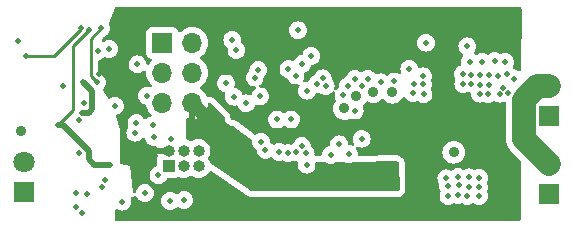
<source format=gbr>
%TF.GenerationSoftware,KiCad,Pcbnew,7.0.6*%
%TF.CreationDate,2024-01-08T15:28:13+11:00*%
%TF.ProjectId,turbidity_sensor_v2,74757262-6964-4697-9479-5f73656e736f,0.1.0*%
%TF.SameCoordinates,Original*%
%TF.FileFunction,Copper,L2,Inr*%
%TF.FilePolarity,Positive*%
%FSLAX46Y46*%
G04 Gerber Fmt 4.6, Leading zero omitted, Abs format (unit mm)*
G04 Created by KiCad (PCBNEW 7.0.6) date 2024-01-08 15:28:13*
%MOMM*%
%LPD*%
G01*
G04 APERTURE LIST*
%TA.AperFunction,ComponentPad*%
%ADD10R,1.000000X1.000000*%
%TD*%
%TA.AperFunction,ComponentPad*%
%ADD11O,1.000000X1.000000*%
%TD*%
%TA.AperFunction,ComponentPad*%
%ADD12R,1.800000X1.800000*%
%TD*%
%TA.AperFunction,ComponentPad*%
%ADD13C,1.800000*%
%TD*%
%TA.AperFunction,ComponentPad*%
%ADD14R,1.700000X1.700000*%
%TD*%
%TA.AperFunction,ComponentPad*%
%ADD15O,1.700000X1.700000*%
%TD*%
%TA.AperFunction,ViaPad*%
%ADD16C,0.500000*%
%TD*%
%TA.AperFunction,ViaPad*%
%ADD17C,0.900000*%
%TD*%
%TA.AperFunction,Conductor*%
%ADD18C,0.250000*%
%TD*%
%TA.AperFunction,Conductor*%
%ADD19C,0.508000*%
%TD*%
%TA.AperFunction,Conductor*%
%ADD20C,1.200000*%
%TD*%
%TA.AperFunction,Conductor*%
%ADD21C,2.000000*%
%TD*%
G04 APERTURE END LIST*
D10*
%TO.N,MISO*%
%TO.C,J1*%
X113462636Y-113082428D03*
D11*
%TO.N,+3.3V*%
X113462636Y-111812428D03*
%TO.N,CLKO*%
X114732636Y-113082428D03*
%TO.N,MOSI*%
X114732636Y-111812428D03*
%TO.N,RST*%
X116002636Y-113082428D03*
%TO.N,GND*%
X116002636Y-111812428D03*
%TD*%
D12*
%TO.N,Net-(D3-K)*%
%TO.C,D3*%
X145658563Y-108880210D03*
D13*
%TO.N,LED_PWR*%
X145658563Y-106340210D03*
%TD*%
D12*
%TO.N,Net-(D2-K)*%
%TO.C,D2*%
X101251799Y-115329787D03*
D13*
%TO.N,Net-(D2-A)*%
X101251799Y-112789787D03*
%TD*%
D14*
%TO.N,WRE*%
%TO.C,J2*%
X112931610Y-102661401D03*
D15*
%TO.N,GND*%
X115471610Y-102661401D03*
%TO.N,TX*%
X112931610Y-105201401D03*
%TO.N,RST*%
X115471610Y-105201401D03*
%TO.N,RX*%
X112931610Y-107741401D03*
%TO.N,+BATT*%
X115471610Y-107741401D03*
%TD*%
D12*
%TO.N,Net-(D1-K)*%
%TO.C,D1*%
X145658563Y-115439646D03*
D13*
%TO.N,LED_PWR*%
X145658563Y-112899646D03*
%TD*%
D16*
%TO.N,GND*%
X134141348Y-106893000D03*
X128673412Y-106290729D03*
X142130632Y-105323581D03*
X139818031Y-106209139D03*
X137160000Y-115617975D03*
X139754562Y-114065459D03*
X137994441Y-114021819D03*
X138016261Y-114712776D03*
X139858240Y-105398174D03*
X110656733Y-110271178D03*
X142193329Y-106935944D03*
X106299328Y-107730322D03*
X135248282Y-102650885D03*
X138889048Y-114880060D03*
X118324615Y-106099530D03*
X135054361Y-107029427D03*
X129228296Y-108392283D03*
X100720810Y-102502848D03*
X138752266Y-102963416D03*
X135033372Y-106168887D03*
X111622025Y-107124103D03*
X108082266Y-114252181D03*
X140602223Y-106210587D03*
X107849827Y-114896537D03*
X134204315Y-106137404D03*
X129825447Y-106316033D03*
X138396322Y-105325442D03*
X131414790Y-105994489D03*
X110744556Y-109456017D03*
X141066849Y-104194629D03*
X136984873Y-114129458D03*
X130329681Y-105709526D03*
X106529497Y-115456382D03*
X104538579Y-106282458D03*
X138772677Y-115618861D03*
X109545372Y-116110397D03*
X141782523Y-106443051D03*
X124425417Y-101601571D03*
X141952314Y-104265466D03*
X128272853Y-107115297D03*
D17*
X128354162Y-108215816D03*
D16*
X122650000Y-109150000D03*
X139749142Y-115618861D03*
X137959928Y-115547344D03*
X140016098Y-104265466D03*
X139087278Y-106103677D03*
X140531948Y-106980937D03*
X138410868Y-106140044D03*
X132590719Y-105930181D03*
X139761836Y-114887333D03*
X112118931Y-109646712D03*
X141374377Y-105438433D03*
X105645577Y-116521225D03*
X142727189Y-105684290D03*
X105641402Y-115411494D03*
X108916400Y-107995975D03*
X108452142Y-103179000D03*
X135007136Y-105491998D03*
X139828941Y-106972828D03*
D17*
X137607304Y-111938414D03*
D16*
X138988959Y-104241853D03*
X137139906Y-114807328D03*
D17*
X129358171Y-107180129D03*
D16*
X107454046Y-103377931D03*
X106171792Y-117090724D03*
X141495805Y-106970241D03*
D17*
X132423771Y-106844088D03*
X100939600Y-110083600D03*
D16*
X140613922Y-105391635D03*
D17*
X130813929Y-106781430D03*
D16*
X119211517Y-103270574D03*
X123850000Y-109150000D03*
X129221903Y-105730709D03*
X138896322Y-114036366D03*
X139087278Y-105354535D03*
%TO.N,+3.3VADC*%
X104103195Y-109645969D03*
X106692387Y-112534207D03*
X106766734Y-101594988D03*
X108471111Y-112969845D03*
%TO.N,+BATT*%
X130447926Y-113869119D03*
X126264533Y-114565232D03*
X131249015Y-114538523D03*
X126281865Y-113880440D03*
X130478704Y-114576994D03*
X122270311Y-114642175D03*
X128385855Y-114569300D03*
X128401244Y-113899896D03*
X131225933Y-113876813D03*
%TO.N,+3.3V*%
X110479371Y-105510766D03*
X117618875Y-102746247D03*
X118152539Y-115554170D03*
X126425000Y-110613977D03*
X116844508Y-114123031D03*
D17*
X134447142Y-110852979D03*
D16*
X121393923Y-101540000D03*
X119652926Y-115708056D03*
X107603002Y-105327851D03*
X109213760Y-117039396D03*
X137783655Y-103512762D03*
X118229482Y-114830906D03*
X127315105Y-103568824D03*
X115990621Y-114428238D03*
X118960440Y-115369507D03*
X117390803Y-114677020D03*
X116644457Y-115069429D03*
X118959986Y-108973160D03*
X117289040Y-115548185D03*
%TO.N,TIA_PWR*%
X110833803Y-104484332D03*
%TO.N,Net-(D2-K)*%
X105889990Y-111983678D03*
%TO.N,TIA_BIAS*%
X105855976Y-109221541D03*
%TO.N,MISO*%
X124755241Y-111405331D03*
X127181979Y-112151458D03*
%TO.N,CLKO*%
X125146396Y-112972248D03*
X112611260Y-113865399D03*
%TO.N,MOSI*%
X113661382Y-110825000D03*
X124289107Y-111929591D03*
%TO.N,RST*%
X113600000Y-116044431D03*
X112205589Y-110658844D03*
X121059339Y-104969499D03*
%TO.N,LED_DIGITAL_SIGNAL*%
X126760000Y-106320000D03*
X133851631Y-104858502D03*
%TO.N,LED_PWR_EN*%
X118858745Y-102408315D03*
X120052844Y-107771289D03*
X120749079Y-105598650D03*
%TO.N,LED_PWR_FAULT*%
X123614560Y-104882713D03*
X121291912Y-111033174D03*
%TO.N,LED_2_EN*%
X121672165Y-111727701D03*
X129808544Y-110781973D03*
%TO.N,LED_1_EN*%
X128733162Y-112079830D03*
X125072492Y-112029315D03*
%TO.N,SS*%
X111458000Y-115385280D03*
X123590724Y-111977185D03*
%TO.N,REF_EN*%
X114779193Y-115954703D03*
%TO.N,TIA_PWR_EN*%
X107776390Y-101440500D03*
X124216496Y-105429514D03*
X107430723Y-106017362D03*
X125197873Y-106710879D03*
%TO.N,SDA*%
X126033609Y-106157532D03*
X124769115Y-104458902D03*
%TO.N,SCL*%
X125551656Y-103776487D03*
X126519758Y-105654577D03*
%TO.N,NEG_VOLT_EN*%
X121225710Y-107196289D03*
X118975000Y-107227063D03*
%TO.N,Net-(U8-VREF)*%
X106235096Y-105936811D03*
X106171437Y-108581016D03*
%TO.N,REF_BUFFER_EN*%
X127908456Y-111251588D03*
X106083992Y-101440500D03*
X122835335Y-111919399D03*
X101363896Y-103788467D03*
%TD*%
D18*
%TO.N,+3.3VADC*%
X105410000Y-108339164D02*
X105410000Y-102951722D01*
D19*
X106692387Y-112534207D02*
X106692387Y-111790468D01*
X104547888Y-109645969D02*
X104103195Y-109645969D01*
X106692387Y-111790468D02*
X104547888Y-109645969D01*
X106692387Y-112534207D02*
X107128025Y-112969845D01*
D18*
X105410000Y-102951722D02*
X106766734Y-101594988D01*
D19*
X107128025Y-112969845D02*
X108471111Y-112969845D01*
D18*
X104103195Y-109645969D02*
X105410000Y-108339164D01*
D20*
%TO.N,+BATT*%
X116500000Y-108769791D02*
X116500000Y-109000000D01*
X115471610Y-107741401D02*
X116500000Y-108769791D01*
D21*
%TO.N,LED_PWR*%
X143558563Y-110799646D02*
X145658563Y-112899646D01*
X145658563Y-106340210D02*
X144699282Y-106340210D01*
X144699282Y-106340210D02*
X143558563Y-107480929D01*
X143558563Y-107480929D02*
X143558563Y-110799646D01*
D18*
%TO.N,TIA_PWR_EN*%
X107430723Y-106017362D02*
X106879046Y-105465685D01*
X106879046Y-102337844D02*
X107776390Y-101440500D01*
X106879046Y-105465685D02*
X106879046Y-102337844D01*
D19*
%TO.N,Net-(U8-VREF)*%
X107003328Y-106705043D02*
X107003328Y-108302237D01*
X106724549Y-108581016D02*
X106171437Y-108581016D01*
X106235096Y-105936811D02*
X107003328Y-106705043D01*
X107003328Y-108302237D02*
X106724549Y-108581016D01*
D18*
%TO.N,REF_BUFFER_EN*%
X103795988Y-103788467D02*
X106083992Y-101500463D01*
X106083992Y-101500463D02*
X106083992Y-101440500D01*
X101363896Y-103788467D02*
X103795988Y-103788467D01*
%TD*%
%TA.AperFunction,Conductor*%
%TO.N,+3.3V*%
G36*
X143298118Y-99651612D02*
G01*
X143343873Y-99704416D01*
X143355078Y-99756511D01*
X143330588Y-104953297D01*
X143310587Y-105020243D01*
X143257568Y-105065749D01*
X143188364Y-105075366D01*
X143140617Y-105057707D01*
X143054881Y-105003835D01*
X143054880Y-105003834D01*
X143054879Y-105003834D01*
X142980498Y-104977807D01*
X142895244Y-104947975D01*
X142831614Y-104940806D01*
X142767200Y-104913739D01*
X142740505Y-104883559D01*
X142721110Y-104852692D01*
X142636632Y-104768214D01*
X142603147Y-104706891D01*
X142608131Y-104637199D01*
X142619317Y-104614565D01*
X142632770Y-104593156D01*
X142688627Y-104433525D01*
X142704906Y-104289046D01*
X142707563Y-104265468D01*
X142707563Y-104265463D01*
X142688628Y-104097409D01*
X142650348Y-103988011D01*
X142632770Y-103937776D01*
X142632769Y-103937775D01*
X142632768Y-103937771D01*
X142632766Y-103937768D01*
X142542795Y-103794581D01*
X142542790Y-103794575D01*
X142423204Y-103674989D01*
X142423198Y-103674984D01*
X142280011Y-103585013D01*
X142280008Y-103585011D01*
X142120370Y-103529151D01*
X141952317Y-103510217D01*
X141952311Y-103510217D01*
X141784257Y-103529151D01*
X141624615Y-103585013D01*
X141619931Y-103587269D01*
X141550990Y-103598619D01*
X141500161Y-103580540D01*
X141394541Y-103514174D01*
X141394543Y-103514174D01*
X141234905Y-103458314D01*
X141066852Y-103439380D01*
X141066846Y-103439380D01*
X140898792Y-103458314D01*
X140739154Y-103514174D01*
X140739151Y-103514176D01*
X140595964Y-103604147D01*
X140595956Y-103604153D01*
X140580328Y-103619782D01*
X140519004Y-103653266D01*
X140449313Y-103648280D01*
X140426676Y-103637092D01*
X140343790Y-103585011D01*
X140343792Y-103585011D01*
X140184154Y-103529151D01*
X140016101Y-103510217D01*
X140016095Y-103510217D01*
X139848041Y-103529151D01*
X139688405Y-103585011D01*
X139587290Y-103648546D01*
X139520053Y-103667546D01*
X139455346Y-103648546D01*
X139383098Y-103603150D01*
X139336807Y-103550816D01*
X139326158Y-103481762D01*
X139344077Y-103432183D01*
X139402483Y-103339231D01*
X139432722Y-103291106D01*
X139488579Y-103131475D01*
X139488579Y-103131474D01*
X139488580Y-103131472D01*
X139507515Y-102963418D01*
X139507515Y-102963413D01*
X139488580Y-102795359D01*
X139438025Y-102650882D01*
X139432722Y-102635726D01*
X139432721Y-102635725D01*
X139432720Y-102635721D01*
X139432718Y-102635718D01*
X139342747Y-102492531D01*
X139342742Y-102492525D01*
X139223156Y-102372939D01*
X139223150Y-102372934D01*
X139079963Y-102282963D01*
X139079960Y-102282961D01*
X138920322Y-102227101D01*
X138752269Y-102208167D01*
X138752263Y-102208167D01*
X138584209Y-102227101D01*
X138424571Y-102282961D01*
X138424568Y-102282963D01*
X138281381Y-102372934D01*
X138281375Y-102372939D01*
X138161789Y-102492525D01*
X138161784Y-102492531D01*
X138071813Y-102635718D01*
X138071811Y-102635721D01*
X138015951Y-102795359D01*
X137997017Y-102963413D01*
X137997017Y-102963418D01*
X138015951Y-103131472D01*
X138071811Y-103291110D01*
X138071813Y-103291113D01*
X138161784Y-103434300D01*
X138161789Y-103434306D01*
X138281376Y-103553893D01*
X138298483Y-103564642D01*
X138358127Y-103602120D01*
X138404418Y-103654455D01*
X138415065Y-103723508D01*
X138397148Y-103773085D01*
X138308504Y-103914160D01*
X138252644Y-104073796D01*
X138233710Y-104241850D01*
X138233710Y-104241855D01*
X138252645Y-104409910D01*
X138264901Y-104444937D01*
X138268462Y-104514716D01*
X138233733Y-104575343D01*
X138188813Y-104602933D01*
X138068630Y-104644986D01*
X138068624Y-104644989D01*
X137925437Y-104734960D01*
X137925431Y-104734965D01*
X137805845Y-104854551D01*
X137805840Y-104854557D01*
X137715869Y-104997744D01*
X137715867Y-104997747D01*
X137660007Y-105157385D01*
X137641073Y-105325439D01*
X137641073Y-105325444D01*
X137660008Y-105493499D01*
X137715866Y-105653133D01*
X137731708Y-105678345D01*
X137750709Y-105745582D01*
X137733005Y-105805876D01*
X137733432Y-105806082D01*
X137732184Y-105808673D01*
X137731710Y-105810288D01*
X137730412Y-105812352D01*
X137674553Y-105971987D01*
X137655619Y-106140041D01*
X137655619Y-106140046D01*
X137674553Y-106308100D01*
X137730413Y-106467738D01*
X137730415Y-106467741D01*
X137820386Y-106610928D01*
X137820391Y-106610934D01*
X137939977Y-106730520D01*
X137939983Y-106730525D01*
X138083170Y-106820496D01*
X138083173Y-106820498D01*
X138083177Y-106820499D01*
X138083178Y-106820500D01*
X138150589Y-106844088D01*
X138242811Y-106876358D01*
X138410865Y-106895293D01*
X138410868Y-106895293D01*
X138410871Y-106895293D01*
X138578927Y-106876357D01*
X138578929Y-106876357D01*
X138642779Y-106854014D01*
X138738558Y-106820500D01*
X138738567Y-106820493D01*
X138744835Y-106817477D01*
X138746329Y-106820580D01*
X138798447Y-106805178D01*
X138839618Y-106812136D01*
X138911797Y-106837393D01*
X138919222Y-106839991D01*
X138963574Y-106844988D01*
X139027989Y-106872054D01*
X139067544Y-106929648D01*
X139073692Y-106968208D01*
X139073692Y-106972830D01*
X139092626Y-107140884D01*
X139148486Y-107300522D01*
X139148488Y-107300525D01*
X139238459Y-107443712D01*
X139238464Y-107443718D01*
X139358050Y-107563304D01*
X139358056Y-107563309D01*
X139501243Y-107653280D01*
X139501246Y-107653282D01*
X139501250Y-107653283D01*
X139501251Y-107653284D01*
X139544122Y-107668285D01*
X139660884Y-107709142D01*
X139828938Y-107728077D01*
X139828941Y-107728077D01*
X139828944Y-107728077D01*
X139997000Y-107709141D01*
X139997002Y-107709141D01*
X140127902Y-107663337D01*
X140197681Y-107659775D01*
X140209804Y-107663333D01*
X140272272Y-107685192D01*
X140363891Y-107717251D01*
X140531945Y-107736186D01*
X140531948Y-107736186D01*
X140531951Y-107736186D01*
X140700004Y-107717251D01*
X140707640Y-107714579D01*
X140859638Y-107661393D01*
X140956414Y-107600583D01*
X141023651Y-107581583D01*
X141088359Y-107600583D01*
X141117980Y-107619195D01*
X141168115Y-107650697D01*
X141266691Y-107685190D01*
X141327748Y-107706555D01*
X141495802Y-107725490D01*
X141495805Y-107725490D01*
X141495808Y-107725490D01*
X141663864Y-107706554D01*
X141663866Y-107706554D01*
X141727716Y-107684211D01*
X141823495Y-107650697D01*
X141823504Y-107650690D01*
X141829772Y-107647674D01*
X141830365Y-107648906D01*
X141890290Y-107631965D01*
X141929990Y-107638917D01*
X141975019Y-107654673D01*
X142031794Y-107695395D01*
X142057541Y-107760348D01*
X142058063Y-107771714D01*
X142058063Y-110702627D01*
X142057587Y-110710302D01*
X142054206Y-110737425D01*
X142058063Y-110830681D01*
X142058063Y-110861710D01*
X142060625Y-110892636D01*
X142064481Y-110985879D01*
X142070089Y-111012629D01*
X142071198Y-111020236D01*
X142073454Y-111047464D01*
X142073454Y-111047465D01*
X142096184Y-111137223D01*
X142096364Y-111137934D01*
X142115514Y-111229260D01*
X142115515Y-111229262D01*
X142125445Y-111254713D01*
X142127790Y-111262033D01*
X142134494Y-111288507D01*
X142134500Y-111288527D01*
X142167126Y-111362907D01*
X142171983Y-111373981D01*
X142205907Y-111460921D01*
X142219895Y-111484396D01*
X142223415Y-111491234D01*
X142234388Y-111516250D01*
X142251683Y-111542722D01*
X142285423Y-111594366D01*
X142333197Y-111674540D01*
X142350859Y-111695393D01*
X142355450Y-111701550D01*
X142370399Y-111724431D01*
X142370400Y-111724432D01*
X142433596Y-111793081D01*
X142453663Y-111816775D01*
X142475612Y-111838724D01*
X142538820Y-111907385D01*
X142560385Y-111924170D01*
X142566150Y-111929261D01*
X143257723Y-112620834D01*
X143291208Y-112682157D01*
X143294041Y-112709099D01*
X143270858Y-117629128D01*
X143250857Y-117696074D01*
X143197838Y-117741580D01*
X143146859Y-117752544D01*
X109016141Y-117752544D01*
X108949102Y-117732859D01*
X108903347Y-117680055D01*
X108892560Y-117618363D01*
X108956622Y-116840730D01*
X108981743Y-116775537D01*
X109038125Y-116734272D01*
X109107866Y-116730040D01*
X109146175Y-116745922D01*
X109217679Y-116790851D01*
X109217677Y-116790851D01*
X109217681Y-116790852D01*
X109217682Y-116790853D01*
X109290285Y-116816257D01*
X109377315Y-116846711D01*
X109545369Y-116865646D01*
X109545372Y-116865646D01*
X109545375Y-116865646D01*
X109713428Y-116846711D01*
X109730521Y-116840730D01*
X109873062Y-116790853D01*
X109873064Y-116790851D01*
X109873066Y-116790851D01*
X109873069Y-116790849D01*
X110016256Y-116700878D01*
X110016257Y-116700877D01*
X110016262Y-116700874D01*
X110135849Y-116581287D01*
X110135853Y-116581281D01*
X110225824Y-116438094D01*
X110225826Y-116438091D01*
X110225826Y-116438089D01*
X110225828Y-116438087D01*
X110281685Y-116278456D01*
X110281685Y-116278455D01*
X110281686Y-116278453D01*
X110300621Y-116110399D01*
X110300621Y-116110394D01*
X110281685Y-115942337D01*
X110281685Y-115942336D01*
X110254998Y-115866070D01*
X110251435Y-115796292D01*
X110286164Y-115735664D01*
X110348157Y-115703437D01*
X110368148Y-115701177D01*
X110524404Y-115696294D01*
X110524403Y-115696292D01*
X110559070Y-115655150D01*
X110617320Y-115616566D01*
X110687183Y-115615600D01*
X110746478Y-115652558D01*
X110770938Y-115694093D01*
X110777543Y-115712968D01*
X110777547Y-115712977D01*
X110867518Y-115856164D01*
X110867523Y-115856170D01*
X110987109Y-115975756D01*
X110987115Y-115975761D01*
X111130302Y-116065732D01*
X111130305Y-116065734D01*
X111130309Y-116065735D01*
X111130310Y-116065736D01*
X111196392Y-116088859D01*
X111289943Y-116121594D01*
X111457997Y-116140529D01*
X111458000Y-116140529D01*
X111458003Y-116140529D01*
X111626056Y-116121594D01*
X111626059Y-116121593D01*
X111785690Y-116065736D01*
X111785692Y-116065734D01*
X111785694Y-116065734D01*
X111785697Y-116065732D01*
X111819594Y-116044433D01*
X112844751Y-116044433D01*
X112863685Y-116212487D01*
X112919545Y-116372125D01*
X112919547Y-116372128D01*
X113009518Y-116515315D01*
X113009523Y-116515321D01*
X113129109Y-116634907D01*
X113129115Y-116634912D01*
X113272302Y-116724883D01*
X113272305Y-116724885D01*
X113272309Y-116724886D01*
X113272310Y-116724887D01*
X113287037Y-116730040D01*
X113431943Y-116780745D01*
X113599997Y-116799680D01*
X113600000Y-116799680D01*
X113600003Y-116799680D01*
X113768056Y-116780745D01*
X113782940Y-116775537D01*
X113927690Y-116724887D01*
X113927692Y-116724885D01*
X113927694Y-116724885D01*
X113927697Y-116724883D01*
X114070884Y-116634912D01*
X114070885Y-116634911D01*
X114070890Y-116634908D01*
X114147784Y-116558014D01*
X114209107Y-116524529D01*
X114278799Y-116529513D01*
X114301755Y-116542512D01*
X114302407Y-116541476D01*
X114451495Y-116635155D01*
X114451498Y-116635157D01*
X114451502Y-116635158D01*
X114451503Y-116635159D01*
X114524106Y-116660563D01*
X114611136Y-116691017D01*
X114779190Y-116709952D01*
X114779193Y-116709952D01*
X114779196Y-116709952D01*
X114947249Y-116691017D01*
X114947252Y-116691016D01*
X115106883Y-116635159D01*
X115106885Y-116635157D01*
X115106887Y-116635157D01*
X115106890Y-116635155D01*
X115250077Y-116545184D01*
X115250078Y-116545183D01*
X115250083Y-116545180D01*
X115369670Y-116425593D01*
X115402576Y-116373224D01*
X115459645Y-116282400D01*
X115459647Y-116282397D01*
X115459647Y-116282395D01*
X115459649Y-116282393D01*
X115515506Y-116122762D01*
X115515506Y-116122761D01*
X115515507Y-116122759D01*
X115534442Y-115954705D01*
X115534442Y-115954700D01*
X115515507Y-115786646D01*
X115475126Y-115671244D01*
X115459649Y-115627013D01*
X115459648Y-115627012D01*
X115459647Y-115627008D01*
X115459645Y-115627005D01*
X115369674Y-115483818D01*
X115369669Y-115483812D01*
X115250083Y-115364226D01*
X115250077Y-115364221D01*
X115106890Y-115274250D01*
X115106887Y-115274248D01*
X114947249Y-115218388D01*
X114779196Y-115199454D01*
X114779190Y-115199454D01*
X114611136Y-115218388D01*
X114451498Y-115274248D01*
X114451495Y-115274250D01*
X114308308Y-115364221D01*
X114231409Y-115441120D01*
X114170085Y-115474604D01*
X114100394Y-115469620D01*
X114077433Y-115456627D01*
X114076786Y-115457658D01*
X113927697Y-115363978D01*
X113927694Y-115363976D01*
X113768056Y-115308116D01*
X113600003Y-115289182D01*
X113599997Y-115289182D01*
X113431943Y-115308116D01*
X113272305Y-115363976D01*
X113272302Y-115363978D01*
X113129115Y-115453949D01*
X113129109Y-115453954D01*
X113009523Y-115573540D01*
X113009518Y-115573546D01*
X112919547Y-115716733D01*
X112919545Y-115716736D01*
X112863685Y-115876374D01*
X112844751Y-116044428D01*
X112844751Y-116044433D01*
X111819594Y-116044433D01*
X111928884Y-115975761D01*
X111928885Y-115975760D01*
X111928890Y-115975757D01*
X112048477Y-115856170D01*
X112092162Y-115786646D01*
X112138452Y-115712977D01*
X112138454Y-115712974D01*
X112138454Y-115712972D01*
X112138456Y-115712970D01*
X112194313Y-115553339D01*
X112194313Y-115553338D01*
X112194314Y-115553336D01*
X112213249Y-115385282D01*
X112213249Y-115385277D01*
X112194314Y-115217223D01*
X112138454Y-115057585D01*
X112138452Y-115057582D01*
X112048481Y-114914395D01*
X112048476Y-114914389D01*
X111928890Y-114794803D01*
X111928884Y-114794798D01*
X111785697Y-114704827D01*
X111785694Y-114704825D01*
X111626056Y-114648965D01*
X111458003Y-114630031D01*
X111457997Y-114630031D01*
X111289943Y-114648965D01*
X111130305Y-114704825D01*
X111130302Y-114704827D01*
X110987115Y-114794798D01*
X110987109Y-114794803D01*
X110867523Y-114914389D01*
X110867518Y-114914395D01*
X110777547Y-115057582D01*
X110777545Y-115057585D01*
X110721685Y-115217223D01*
X110713700Y-115288100D01*
X110686633Y-115352514D01*
X110629038Y-115392069D01*
X110559201Y-115394206D01*
X110499295Y-115358248D01*
X110468339Y-115295610D01*
X110467686Y-115291471D01*
X110163213Y-113118264D01*
X110163211Y-113118263D01*
X109454832Y-112947977D01*
X109394251Y-112913169D01*
X109362105Y-112851133D01*
X109359822Y-112826062D01*
X109387821Y-110271180D01*
X109901484Y-110271180D01*
X109920418Y-110439234D01*
X109976278Y-110598872D01*
X109976280Y-110598875D01*
X110066251Y-110742062D01*
X110066256Y-110742068D01*
X110185842Y-110861654D01*
X110185848Y-110861659D01*
X110329035Y-110951630D01*
X110329038Y-110951632D01*
X110329042Y-110951633D01*
X110329043Y-110951634D01*
X110401646Y-110977038D01*
X110488676Y-111007492D01*
X110656730Y-111026427D01*
X110656733Y-111026427D01*
X110656736Y-111026427D01*
X110824789Y-111007492D01*
X110841439Y-111001666D01*
X110984423Y-110951634D01*
X110984425Y-110951632D01*
X110984427Y-110951632D01*
X110984430Y-110951630D01*
X111127617Y-110861659D01*
X111127618Y-110861658D01*
X111127623Y-110861655D01*
X111247210Y-110742068D01*
X111247210Y-110742067D01*
X111252134Y-110737144D01*
X111253145Y-110738155D01*
X111303926Y-110702498D01*
X111373737Y-110699635D01*
X111434013Y-110734970D01*
X111465618Y-110797283D01*
X111466926Y-110806057D01*
X111469275Y-110826900D01*
X111469275Y-110826902D01*
X111469276Y-110826903D01*
X111474645Y-110842248D01*
X111525134Y-110986538D01*
X111525136Y-110986541D01*
X111615107Y-111129728D01*
X111615112Y-111129734D01*
X111734698Y-111249320D01*
X111734704Y-111249325D01*
X111877891Y-111339296D01*
X111877894Y-111339298D01*
X111877898Y-111339299D01*
X111877899Y-111339300D01*
X111889045Y-111343200D01*
X112037532Y-111395158D01*
X112205586Y-111414093D01*
X112205589Y-111414093D01*
X112205592Y-111414093D01*
X112363010Y-111396356D01*
X112431832Y-111408410D01*
X112483212Y-111455759D01*
X112500836Y-111523370D01*
X112495555Y-111555571D01*
X112493475Y-111562427D01*
X112493476Y-111562428D01*
X113248153Y-111562428D01*
X113176835Y-111647421D01*
X113137636Y-111755122D01*
X113137636Y-111869734D01*
X113176835Y-111977435D01*
X113248153Y-112062428D01*
X112493476Y-112062428D01*
X112534287Y-112196965D01*
X112535287Y-112198835D01*
X112535514Y-112199929D01*
X112536617Y-112202590D01*
X112536112Y-112202798D01*
X112549532Y-112267237D01*
X112525200Y-112331600D01*
X112518841Y-112340094D01*
X112518838Y-112340099D01*
X112468544Y-112474945D01*
X112462137Y-112534544D01*
X112462136Y-112534563D01*
X112462136Y-113034477D01*
X112442451Y-113101516D01*
X112389647Y-113147271D01*
X112379091Y-113151518D01*
X112283573Y-113184941D01*
X112283562Y-113184946D01*
X112140375Y-113274917D01*
X112140369Y-113274922D01*
X112020783Y-113394508D01*
X112020778Y-113394514D01*
X111930807Y-113537701D01*
X111930805Y-113537704D01*
X111874945Y-113697342D01*
X111856011Y-113865396D01*
X111856011Y-113865401D01*
X111874945Y-114033455D01*
X111930805Y-114193093D01*
X111930807Y-114193096D01*
X112020778Y-114336283D01*
X112020783Y-114336289D01*
X112140369Y-114455875D01*
X112140375Y-114455880D01*
X112283562Y-114545851D01*
X112283565Y-114545853D01*
X112283569Y-114545854D01*
X112283570Y-114545855D01*
X112322957Y-114559637D01*
X112443203Y-114601713D01*
X112611257Y-114620648D01*
X112611260Y-114620648D01*
X112611263Y-114620648D01*
X112779316Y-114601713D01*
X112783217Y-114600348D01*
X112938950Y-114545855D01*
X112938952Y-114545853D01*
X112938954Y-114545853D01*
X112938957Y-114545851D01*
X113082144Y-114455880D01*
X113082145Y-114455879D01*
X113082150Y-114455876D01*
X113201737Y-114336289D01*
X113226101Y-114297514D01*
X113291712Y-114193096D01*
X113291715Y-114193091D01*
X113301204Y-114165973D01*
X113341925Y-114109197D01*
X113406878Y-114083449D01*
X113418246Y-114082927D01*
X114010507Y-114082927D01*
X114010508Y-114082927D01*
X114070119Y-114076519D01*
X114204967Y-114026224D01*
X114213015Y-114020198D01*
X114278478Y-113995779D01*
X114342110Y-114009323D01*
X114342281Y-114008911D01*
X114344511Y-114009834D01*
X114345782Y-114010105D01*
X114347909Y-114011242D01*
X114536504Y-114068452D01*
X114732636Y-114087769D01*
X114928768Y-114068452D01*
X115117363Y-114011242D01*
X115291174Y-113918338D01*
X115291180Y-113918332D01*
X115296243Y-113914951D01*
X115297339Y-113916592D01*
X115353275Y-113892833D01*
X115422143Y-113904622D01*
X115438784Y-113915316D01*
X115439029Y-113914951D01*
X115444094Y-113918335D01*
X115444098Y-113918338D01*
X115588980Y-113995779D01*
X115615783Y-114010106D01*
X115617909Y-114011242D01*
X115806504Y-114068452D01*
X116002636Y-114087769D01*
X116198768Y-114068452D01*
X116387363Y-114011242D01*
X116389489Y-114010106D01*
X116480613Y-113961399D01*
X116561174Y-113918338D01*
X116713519Y-113793311D01*
X116838546Y-113640966D01*
X116863346Y-113594569D01*
X116884249Y-113555463D01*
X116933211Y-113505619D01*
X117001349Y-113490158D01*
X117064037Y-113511858D01*
X119921481Y-115483818D01*
X120034710Y-115561959D01*
X120040804Y-115566035D01*
X120043558Y-115567847D01*
X120046945Y-115570076D01*
X120177605Y-115630322D01*
X120244572Y-115650250D01*
X120386908Y-115671244D01*
X132892567Y-115716803D01*
X133008770Y-115703700D01*
X133054660Y-115693041D01*
X133064274Y-115690809D01*
X133064274Y-115690808D01*
X133064282Y-115690807D01*
X133174385Y-115651344D01*
X133292898Y-115569758D01*
X133344225Y-115522352D01*
X133434945Y-115410693D01*
X133454414Y-115364221D01*
X133490539Y-115277990D01*
X133490542Y-115277981D01*
X133504492Y-115224227D01*
X133508091Y-115210358D01*
X133508092Y-115210354D01*
X133524045Y-115067361D01*
X133494312Y-114129460D01*
X136229624Y-114129460D01*
X136248558Y-114297514D01*
X136291008Y-114418828D01*
X136303973Y-114455880D01*
X136304418Y-114457150D01*
X136382828Y-114581938D01*
X136401828Y-114649174D01*
X136401054Y-114661793D01*
X136384657Y-114807324D01*
X136384657Y-114807330D01*
X136403591Y-114975384D01*
X136431587Y-115055390D01*
X136459450Y-115135018D01*
X136476825Y-115162670D01*
X136495824Y-115229907D01*
X136480271Y-115282909D01*
X136482564Y-115284013D01*
X136479546Y-115290278D01*
X136423685Y-115449918D01*
X136404751Y-115617972D01*
X136404751Y-115617977D01*
X136423685Y-115786031D01*
X136479545Y-115945669D01*
X136479547Y-115945672D01*
X136569518Y-116088859D01*
X136569523Y-116088865D01*
X136689109Y-116208451D01*
X136689115Y-116208456D01*
X136832302Y-116298427D01*
X136832305Y-116298429D01*
X136832309Y-116298430D01*
X136832310Y-116298431D01*
X136904913Y-116323835D01*
X136991943Y-116354289D01*
X137159997Y-116373224D01*
X137160000Y-116373224D01*
X137160003Y-116373224D01*
X137260835Y-116361862D01*
X137328059Y-116354288D01*
X137487690Y-116298431D01*
X137561033Y-116252345D01*
X137628265Y-116233346D01*
X137667957Y-116240299D01*
X137791867Y-116283657D01*
X137959925Y-116302593D01*
X137959928Y-116302593D01*
X137959931Y-116302593D01*
X138085972Y-116288391D01*
X138127987Y-116283657D01*
X138259228Y-116237733D01*
X138329003Y-116234171D01*
X138366153Y-116249782D01*
X138420064Y-116283657D01*
X138444984Y-116299315D01*
X138444982Y-116299315D01*
X138444986Y-116299316D01*
X138444987Y-116299317D01*
X138517590Y-116324721D01*
X138604620Y-116355175D01*
X138772674Y-116374110D01*
X138772677Y-116374110D01*
X138772680Y-116374110D01*
X138940733Y-116355175D01*
X138943268Y-116354288D01*
X139100367Y-116299317D01*
X139194939Y-116239893D01*
X139262172Y-116220893D01*
X139326880Y-116239893D01*
X139342618Y-116249782D01*
X139421448Y-116299315D01*
X139421449Y-116299315D01*
X139421452Y-116299317D01*
X139527872Y-116336554D01*
X139581085Y-116355175D01*
X139749139Y-116374110D01*
X139749142Y-116374110D01*
X139749145Y-116374110D01*
X139917198Y-116355175D01*
X139919733Y-116354288D01*
X140076832Y-116299317D01*
X140076834Y-116299315D01*
X140076836Y-116299315D01*
X140076839Y-116299313D01*
X140220026Y-116209342D01*
X140220027Y-116209341D01*
X140220032Y-116209338D01*
X140339619Y-116089751D01*
X140340176Y-116088865D01*
X140429594Y-115946558D01*
X140429596Y-115946555D01*
X140429596Y-115946553D01*
X140429598Y-115946551D01*
X140485455Y-115786920D01*
X140485455Y-115786919D01*
X140485456Y-115786917D01*
X140504391Y-115618863D01*
X140504391Y-115618858D01*
X140485456Y-115450804D01*
X140436471Y-115310814D01*
X140432910Y-115241035D01*
X140441803Y-115216037D01*
X140442288Y-115215029D01*
X140442292Y-115215023D01*
X140498149Y-115055392D01*
X140514036Y-114914395D01*
X140517085Y-114887335D01*
X140517085Y-114887330D01*
X140498150Y-114719276D01*
X140449370Y-114579871D01*
X140442292Y-114559643D01*
X140442291Y-114559642D01*
X140442290Y-114559638D01*
X140442289Y-114559637D01*
X140427800Y-114536577D01*
X140408800Y-114469340D01*
X140427800Y-114404634D01*
X140435018Y-114393149D01*
X140490875Y-114233518D01*
X140507297Y-114087769D01*
X140509811Y-114065461D01*
X140509811Y-114065456D01*
X140490876Y-113897402D01*
X140435016Y-113737764D01*
X140435014Y-113737761D01*
X140345043Y-113594574D01*
X140345038Y-113594568D01*
X140225452Y-113474982D01*
X140225446Y-113474977D01*
X140082259Y-113385006D01*
X140082256Y-113385004D01*
X139922618Y-113329144D01*
X139754565Y-113310210D01*
X139754559Y-113310210D01*
X139586505Y-113329144D01*
X139426868Y-113385004D01*
X139414560Y-113392738D01*
X139347323Y-113411736D01*
X139282619Y-113392735D01*
X139224014Y-113355911D01*
X139224016Y-113355911D01*
X139064378Y-113300051D01*
X138896325Y-113281117D01*
X138896319Y-113281117D01*
X138728265Y-113300051D01*
X138568630Y-113355910D01*
X138522928Y-113384627D01*
X138455691Y-113403626D01*
X138390986Y-113384626D01*
X138322136Y-113341365D01*
X138322135Y-113341364D01*
X138162497Y-113285504D01*
X137994444Y-113266570D01*
X137994438Y-113266570D01*
X137826384Y-113285504D01*
X137666746Y-113341364D01*
X137666743Y-113341366D01*
X137523553Y-113431339D01*
X137523545Y-113431345D01*
X137501209Y-113453681D01*
X137439885Y-113487164D01*
X137370193Y-113482177D01*
X137347559Y-113470991D01*
X137312565Y-113449003D01*
X137312564Y-113449002D01*
X137312563Y-113449002D01*
X137262102Y-113431345D01*
X137152929Y-113393143D01*
X136984876Y-113374209D01*
X136984870Y-113374209D01*
X136816816Y-113393143D01*
X136657178Y-113449003D01*
X136657175Y-113449005D01*
X136513988Y-113538976D01*
X136513982Y-113538981D01*
X136394396Y-113658567D01*
X136394391Y-113658573D01*
X136304420Y-113801760D01*
X136304418Y-113801763D01*
X136248558Y-113961401D01*
X136229624Y-114129455D01*
X136229624Y-114129460D01*
X133494312Y-114129460D01*
X133452370Y-112806431D01*
X133439107Y-112706334D01*
X133437226Y-112698363D01*
X133427788Y-112658372D01*
X133427780Y-112658346D01*
X133394893Y-112562896D01*
X133376533Y-112534544D01*
X133316686Y-112442124D01*
X133270749Y-112389479D01*
X133161691Y-112295637D01*
X133030607Y-112236319D01*
X133030605Y-112236318D01*
X133030602Y-112236317D01*
X132963536Y-112216876D01*
X132963498Y-112216864D01*
X132821008Y-112196880D01*
X129612839Y-112207962D01*
X129545732Y-112188509D01*
X129499795Y-112135864D01*
X129488411Y-112083963D01*
X129488411Y-112079827D01*
X129472478Y-111938414D01*
X136652205Y-111938414D01*
X136670556Y-112124745D01*
X136670557Y-112124747D01*
X136724908Y-112303916D01*
X136813166Y-112469037D01*
X136813168Y-112469040D01*
X136931946Y-112613771D01*
X137076677Y-112732549D01*
X137076680Y-112732551D01*
X137241801Y-112820809D01*
X137241803Y-112820810D01*
X137355313Y-112855243D01*
X137420970Y-112875160D01*
X137420972Y-112875161D01*
X137437678Y-112876806D01*
X137607304Y-112893513D01*
X137793635Y-112875161D01*
X137972805Y-112820810D01*
X138137929Y-112732550D01*
X138282661Y-112613771D01*
X138401440Y-112469039D01*
X138489700Y-112303915D01*
X138544051Y-112124745D01*
X138562403Y-111938414D01*
X138544051Y-111752083D01*
X138489700Y-111572913D01*
X138460502Y-111518287D01*
X138401441Y-111407790D01*
X138401439Y-111407787D01*
X138282661Y-111263056D01*
X138137930Y-111144278D01*
X138137927Y-111144276D01*
X137972806Y-111056018D01*
X137793637Y-111001667D01*
X137793635Y-111001666D01*
X137607304Y-110983315D01*
X137420972Y-111001666D01*
X137420970Y-111001667D01*
X137241801Y-111056018D01*
X137076680Y-111144276D01*
X137076677Y-111144278D01*
X136931946Y-111263056D01*
X136813168Y-111407787D01*
X136813166Y-111407790D01*
X136724908Y-111572911D01*
X136670557Y-111752080D01*
X136670556Y-111752082D01*
X136652205Y-111938414D01*
X129472478Y-111938414D01*
X129469476Y-111911773D01*
X129443915Y-111838724D01*
X129413618Y-111752140D01*
X129413616Y-111752137D01*
X129413616Y-111752136D01*
X129349865Y-111650678D01*
X129330864Y-111583441D01*
X129351231Y-111516606D01*
X129404499Y-111471391D01*
X129473755Y-111462153D01*
X129495809Y-111467662D01*
X129573910Y-111494990D01*
X129640487Y-111518287D01*
X129808541Y-111537222D01*
X129808544Y-111537222D01*
X129808547Y-111537222D01*
X129976600Y-111518287D01*
X129982413Y-111516253D01*
X130136234Y-111462429D01*
X130136236Y-111462427D01*
X130136238Y-111462427D01*
X130136241Y-111462425D01*
X130279428Y-111372454D01*
X130279429Y-111372453D01*
X130279434Y-111372450D01*
X130399021Y-111252863D01*
X130401363Y-111249136D01*
X130488996Y-111109670D01*
X130488998Y-111109667D01*
X130488998Y-111109665D01*
X130489000Y-111109663D01*
X130544857Y-110950032D01*
X130544857Y-110950031D01*
X130544858Y-110950029D01*
X130563793Y-110781975D01*
X130563793Y-110781970D01*
X130544858Y-110613916D01*
X130503716Y-110496339D01*
X130489000Y-110454283D01*
X130488999Y-110454282D01*
X130488998Y-110454278D01*
X130488996Y-110454275D01*
X130399025Y-110311088D01*
X130399020Y-110311082D01*
X130279434Y-110191496D01*
X130279428Y-110191491D01*
X130136241Y-110101520D01*
X130136238Y-110101518D01*
X129976600Y-110045658D01*
X129808547Y-110026724D01*
X129808541Y-110026724D01*
X129640487Y-110045658D01*
X129480849Y-110101518D01*
X129480846Y-110101520D01*
X129337659Y-110191491D01*
X129337653Y-110191496D01*
X129218067Y-110311082D01*
X129218062Y-110311088D01*
X129128091Y-110454275D01*
X129128089Y-110454278D01*
X129072229Y-110613916D01*
X129053295Y-110781970D01*
X129053295Y-110781975D01*
X129072229Y-110950029D01*
X129101323Y-111033174D01*
X129118944Y-111083532D01*
X129128089Y-111109665D01*
X129191841Y-111211125D01*
X129210841Y-111278361D01*
X129190473Y-111345197D01*
X129137206Y-111390411D01*
X129067949Y-111399649D01*
X129045893Y-111394139D01*
X128901219Y-111343516D01*
X128769406Y-111328664D01*
X128704992Y-111301597D01*
X128665437Y-111244002D01*
X128660070Y-111219327D01*
X128644770Y-111083532D01*
X128636445Y-111059741D01*
X128588912Y-110923898D01*
X128588911Y-110923897D01*
X128588910Y-110923893D01*
X128588908Y-110923890D01*
X128498937Y-110780703D01*
X128498932Y-110780697D01*
X128379346Y-110661111D01*
X128379340Y-110661106D01*
X128236153Y-110571135D01*
X128236150Y-110571133D01*
X128076512Y-110515273D01*
X127908459Y-110496339D01*
X127908453Y-110496339D01*
X127740399Y-110515273D01*
X127580761Y-110571133D01*
X127580758Y-110571135D01*
X127437571Y-110661106D01*
X127437565Y-110661111D01*
X127317979Y-110780697D01*
X127317974Y-110780703D01*
X127228003Y-110923890D01*
X127228001Y-110923893D01*
X127172141Y-111083531D01*
X127153207Y-111251585D01*
X127153207Y-111251592D01*
X127155774Y-111274378D01*
X127143719Y-111343200D01*
X127096369Y-111394579D01*
X127046439Y-111411480D01*
X127013925Y-111415143D01*
X126854286Y-111471002D01*
X126854281Y-111471005D01*
X126711094Y-111560976D01*
X126711088Y-111560981D01*
X126591502Y-111680567D01*
X126591497Y-111680573D01*
X126501526Y-111823760D01*
X126501524Y-111823763D01*
X126445664Y-111983401D01*
X126431484Y-112109260D01*
X126404417Y-112173674D01*
X126346822Y-112213229D01*
X126308693Y-112219375D01*
X126010479Y-112220405D01*
X126010467Y-112220405D01*
X126010466Y-112220406D01*
X125961087Y-112227251D01*
X125891980Y-112216957D01*
X125839408Y-112170935D01*
X125820064Y-112103797D01*
X125820842Y-112090540D01*
X125821091Y-112088337D01*
X125827741Y-112029315D01*
X125827227Y-112024752D01*
X125808806Y-111861258D01*
X125770604Y-111752083D01*
X125752948Y-111701625D01*
X125752947Y-111701624D01*
X125752946Y-111701620D01*
X125752944Y-111701617D01*
X125662973Y-111558430D01*
X125662968Y-111558424D01*
X125541249Y-111436705D01*
X125507764Y-111375382D01*
X125505710Y-111362907D01*
X125491555Y-111237275D01*
X125482405Y-111211125D01*
X125435697Y-111077641D01*
X125435696Y-111077639D01*
X125435695Y-111077636D01*
X125435693Y-111077633D01*
X125345722Y-110934446D01*
X125345717Y-110934440D01*
X125226131Y-110814854D01*
X125226125Y-110814849D01*
X125082938Y-110724878D01*
X125082935Y-110724876D01*
X124923297Y-110669016D01*
X124755244Y-110650082D01*
X124755238Y-110650082D01*
X124587184Y-110669016D01*
X124427546Y-110724876D01*
X124427543Y-110724878D01*
X124284356Y-110814849D01*
X124284350Y-110814854D01*
X124164764Y-110934440D01*
X124164759Y-110934446D01*
X124074789Y-111077631D01*
X124074785Y-111077639D01*
X124041943Y-111171496D01*
X124001221Y-111228271D01*
X123965860Y-111247580D01*
X123961419Y-111249134D01*
X123961413Y-111249136D01*
X123947942Y-111257601D01*
X123880705Y-111276599D01*
X123841019Y-111269647D01*
X123758781Y-111240871D01*
X123590727Y-111221936D01*
X123590721Y-111221936D01*
X123422666Y-111240871D01*
X123314231Y-111278814D01*
X123244452Y-111282375D01*
X123207305Y-111266765D01*
X123163032Y-111238946D01*
X123163029Y-111238944D01*
X123003391Y-111183084D01*
X122835338Y-111164150D01*
X122835332Y-111164150D01*
X122667278Y-111183084D01*
X122507640Y-111238944D01*
X122507639Y-111238945D01*
X122428762Y-111288507D01*
X122361526Y-111307507D01*
X122294691Y-111287139D01*
X122265847Y-111260830D01*
X122262640Y-111256809D01*
X122143054Y-111137223D01*
X122103033Y-111112076D01*
X122056742Y-111059741D01*
X122045785Y-111020965D01*
X122045270Y-111016398D01*
X122036036Y-110934440D01*
X122028226Y-110865118D01*
X122027035Y-110861713D01*
X121972368Y-110705484D01*
X121972367Y-110705483D01*
X121972366Y-110705479D01*
X121972364Y-110705476D01*
X121882393Y-110562289D01*
X121882388Y-110562283D01*
X121762802Y-110442697D01*
X121762796Y-110442692D01*
X121619609Y-110352721D01*
X121619606Y-110352719D01*
X121459968Y-110296859D01*
X121291915Y-110277925D01*
X121291909Y-110277925D01*
X121123855Y-110296859D01*
X120964219Y-110352719D01*
X120862896Y-110416385D01*
X120795659Y-110435385D01*
X120728824Y-110415017D01*
X120723494Y-110411311D01*
X119645759Y-109619292D01*
X119639268Y-109613799D01*
X119418540Y-109399398D01*
X119357935Y-109349084D01*
X119326467Y-109326861D01*
X119326464Y-109326859D01*
X119258791Y-109286579D01*
X119258790Y-109286578D01*
X119258789Y-109286578D01*
X119188691Y-109263650D01*
X119122040Y-109241849D01*
X119094024Y-109236944D01*
X119060362Y-109231050D01*
X119060150Y-109230945D01*
X119058019Y-109230639D01*
X119053234Y-109229802D01*
X119053210Y-109229798D01*
X119050672Y-109229720D01*
X119045629Y-109229359D01*
X118919007Y-109215092D01*
X118891935Y-109208913D01*
X118866198Y-109199907D01*
X118841183Y-109187860D01*
X118818095Y-109173353D01*
X118796385Y-109156040D01*
X118790347Y-109150002D01*
X121894751Y-109150002D01*
X121913685Y-109318056D01*
X121969545Y-109477694D01*
X121969547Y-109477697D01*
X122059518Y-109620884D01*
X122059523Y-109620890D01*
X122179109Y-109740476D01*
X122179115Y-109740481D01*
X122322302Y-109830452D01*
X122322305Y-109830454D01*
X122322309Y-109830455D01*
X122322310Y-109830456D01*
X122344310Y-109838154D01*
X122481943Y-109886314D01*
X122649997Y-109905249D01*
X122650000Y-109905249D01*
X122650003Y-109905249D01*
X122818056Y-109886314D01*
X122818059Y-109886313D01*
X122977690Y-109830456D01*
X122977692Y-109830454D01*
X122977694Y-109830454D01*
X122977697Y-109830452D01*
X123120884Y-109740481D01*
X123120885Y-109740480D01*
X123120890Y-109740477D01*
X123162319Y-109699047D01*
X123223640Y-109665563D01*
X123293331Y-109670547D01*
X123337679Y-109699047D01*
X123379108Y-109740475D01*
X123379115Y-109740481D01*
X123522302Y-109830452D01*
X123522305Y-109830454D01*
X123522309Y-109830455D01*
X123522310Y-109830456D01*
X123544310Y-109838154D01*
X123681943Y-109886314D01*
X123849997Y-109905249D01*
X123850000Y-109905249D01*
X123850003Y-109905249D01*
X124018056Y-109886314D01*
X124018059Y-109886313D01*
X124177690Y-109830456D01*
X124177692Y-109830454D01*
X124177694Y-109830454D01*
X124177697Y-109830452D01*
X124320884Y-109740481D01*
X124320885Y-109740480D01*
X124320890Y-109740477D01*
X124440477Y-109620890D01*
X124530452Y-109477697D01*
X124530454Y-109477694D01*
X124530454Y-109477692D01*
X124530456Y-109477690D01*
X124586313Y-109318059D01*
X124586313Y-109318058D01*
X124586314Y-109318056D01*
X124605249Y-109150002D01*
X124605249Y-109149997D01*
X124586314Y-108981943D01*
X124553870Y-108889223D01*
X124530456Y-108822310D01*
X124530455Y-108822309D01*
X124530454Y-108822305D01*
X124530452Y-108822302D01*
X124440481Y-108679115D01*
X124440476Y-108679109D01*
X124320890Y-108559523D01*
X124320884Y-108559518D01*
X124177697Y-108469547D01*
X124177694Y-108469545D01*
X124018056Y-108413685D01*
X123850003Y-108394751D01*
X123849997Y-108394751D01*
X123681943Y-108413685D01*
X123522305Y-108469545D01*
X123522302Y-108469547D01*
X123379115Y-108559518D01*
X123379108Y-108559524D01*
X123337680Y-108600952D01*
X123276357Y-108634436D01*
X123206665Y-108629451D01*
X123162320Y-108600952D01*
X123120891Y-108559524D01*
X123120884Y-108559518D01*
X122977697Y-108469547D01*
X122977694Y-108469545D01*
X122818056Y-108413685D01*
X122650003Y-108394751D01*
X122649997Y-108394751D01*
X122481943Y-108413685D01*
X122322305Y-108469545D01*
X122322302Y-108469547D01*
X122179115Y-108559518D01*
X122179109Y-108559523D01*
X122059523Y-108679109D01*
X122059518Y-108679115D01*
X121969547Y-108822302D01*
X121969545Y-108822305D01*
X121913685Y-108981943D01*
X121894751Y-109149997D01*
X121894751Y-109150002D01*
X118790347Y-109150002D01*
X118777102Y-109136757D01*
X118759793Y-109115054D01*
X118745283Y-109091961D01*
X118733239Y-109066956D01*
X118724228Y-109041203D01*
X118718051Y-109014143D01*
X118706279Y-108909645D01*
X118705307Y-108904399D01*
X118704682Y-108900233D01*
X118703707Y-108891734D01*
X118693840Y-108834781D01*
X118641605Y-108700718D01*
X118607233Y-108639890D01*
X118586334Y-108612803D01*
X118519343Y-108525974D01*
X118146723Y-108164034D01*
X117378635Y-107417962D01*
X117364735Y-107407706D01*
X117268980Y-107337055D01*
X117210866Y-107305273D01*
X117210865Y-107305272D01*
X117210864Y-107305272D01*
X117083585Y-107256597D01*
X117083584Y-107256596D01*
X117083582Y-107256596D01*
X116940249Y-107244056D01*
X116872208Y-107247839D01*
X116871154Y-107247868D01*
X116870485Y-107247934D01*
X116839117Y-107254239D01*
X116769513Y-107248149D01*
X116714251Y-107205395D01*
X116702303Y-107185075D01*
X116700761Y-107181769D01*
X116645645Y-107063572D01*
X116643886Y-107061059D01*
X116510104Y-106869998D01*
X116343012Y-106702907D01*
X116343006Y-106702902D01*
X116157452Y-106572976D01*
X116113827Y-106518399D01*
X116106633Y-106448901D01*
X116138156Y-106386546D01*
X116157452Y-106369826D01*
X116215426Y-106329232D01*
X116343011Y-106239896D01*
X116483375Y-106099532D01*
X117569366Y-106099532D01*
X117588300Y-106267586D01*
X117644160Y-106427224D01*
X117644162Y-106427227D01*
X117734133Y-106570414D01*
X117734138Y-106570420D01*
X117853724Y-106690006D01*
X117853730Y-106690011D01*
X117996917Y-106779982D01*
X117996920Y-106779984D01*
X117996924Y-106779985D01*
X117996925Y-106779986D01*
X118043848Y-106796405D01*
X118156561Y-106835845D01*
X118163344Y-106837393D01*
X118163048Y-106838688D01*
X118220587Y-106862860D01*
X118260148Y-106920450D01*
X118262292Y-106990287D01*
X118259341Y-106999974D01*
X118238686Y-107059003D01*
X118219751Y-107227060D01*
X118219751Y-107227065D01*
X118238685Y-107395119D01*
X118294545Y-107554757D01*
X118294547Y-107554760D01*
X118384518Y-107697947D01*
X118384523Y-107697953D01*
X118504109Y-107817539D01*
X118504115Y-107817544D01*
X118647302Y-107907515D01*
X118647305Y-107907517D01*
X118647309Y-107907518D01*
X118647310Y-107907519D01*
X118702132Y-107926702D01*
X118806943Y-107963377D01*
X118974997Y-107982312D01*
X118975000Y-107982312D01*
X118975003Y-107982312D01*
X119101044Y-107968110D01*
X119143059Y-107963376D01*
X119188056Y-107947630D01*
X119257833Y-107944068D01*
X119318461Y-107978796D01*
X119346053Y-108023717D01*
X119372389Y-108098983D01*
X119372391Y-108098986D01*
X119462362Y-108242173D01*
X119462367Y-108242179D01*
X119581953Y-108361765D01*
X119581959Y-108361770D01*
X119725146Y-108451741D01*
X119725149Y-108451743D01*
X119725153Y-108451744D01*
X119725154Y-108451745D01*
X119797757Y-108477149D01*
X119884787Y-108507603D01*
X120052841Y-108526538D01*
X120052844Y-108526538D01*
X120052847Y-108526538D01*
X120220900Y-108507603D01*
X120220903Y-108507602D01*
X120380534Y-108451745D01*
X120380536Y-108451743D01*
X120380538Y-108451743D01*
X120380541Y-108451741D01*
X120523728Y-108361770D01*
X120523729Y-108361769D01*
X120523734Y-108361766D01*
X120643321Y-108242179D01*
X120659886Y-108215816D01*
X120733296Y-108098986D01*
X120733299Y-108098981D01*
X120745698Y-108063547D01*
X120779594Y-107966677D01*
X120820315Y-107909903D01*
X120885267Y-107884155D01*
X120937589Y-107890591D01*
X120991285Y-107909379D01*
X121057651Y-107932602D01*
X121099665Y-107937336D01*
X121225707Y-107951538D01*
X121225710Y-107951538D01*
X121225713Y-107951538D01*
X121393766Y-107932603D01*
X121465452Y-107907519D01*
X121553400Y-107876745D01*
X121553402Y-107876743D01*
X121553404Y-107876743D01*
X121553407Y-107876741D01*
X121696594Y-107786770D01*
X121696595Y-107786769D01*
X121696600Y-107786766D01*
X121816187Y-107667179D01*
X121818294Y-107663826D01*
X121906162Y-107523986D01*
X121906164Y-107523983D01*
X121906164Y-107523981D01*
X121906166Y-107523979D01*
X121962023Y-107364348D01*
X121962023Y-107364347D01*
X121962024Y-107364345D01*
X121980959Y-107196291D01*
X121980959Y-107196286D01*
X121962024Y-107028232D01*
X121915698Y-106895841D01*
X121906166Y-106868599D01*
X121906165Y-106868598D01*
X121906164Y-106868594D01*
X121906162Y-106868591D01*
X121816191Y-106725404D01*
X121816186Y-106725398D01*
X121696600Y-106605812D01*
X121696594Y-106605807D01*
X121553407Y-106515836D01*
X121553404Y-106515834D01*
X121393766Y-106459974D01*
X121233028Y-106441864D01*
X121168614Y-106414797D01*
X121129059Y-106357203D01*
X121126922Y-106287366D01*
X121162880Y-106227459D01*
X121180935Y-106213653D01*
X121219969Y-106189127D01*
X121339556Y-106069540D01*
X121364135Y-106030423D01*
X121429531Y-105926347D01*
X121429533Y-105926344D01*
X121429533Y-105926342D01*
X121429535Y-105926340D01*
X121485392Y-105766709D01*
X121485392Y-105766707D01*
X121485393Y-105766705D01*
X121501092Y-105627372D01*
X121528158Y-105562958D01*
X121536631Y-105553574D01*
X121585421Y-105504784D01*
X121649816Y-105440389D01*
X121649820Y-105440383D01*
X121739791Y-105297196D01*
X121739793Y-105297193D01*
X121739793Y-105297191D01*
X121739795Y-105297189D01*
X121795652Y-105137558D01*
X121795652Y-105137557D01*
X121795653Y-105137555D01*
X121814588Y-104969501D01*
X121814588Y-104969496D01*
X121804810Y-104882715D01*
X122859311Y-104882715D01*
X122878245Y-105050769D01*
X122934105Y-105210407D01*
X122934107Y-105210410D01*
X123024078Y-105353597D01*
X123024083Y-105353603D01*
X123143669Y-105473189D01*
X123143675Y-105473194D01*
X123286862Y-105563165D01*
X123286868Y-105563168D01*
X123286870Y-105563169D01*
X123437071Y-105615726D01*
X123493847Y-105656448D01*
X123513159Y-105691814D01*
X123536040Y-105757207D01*
X123626014Y-105900398D01*
X123626019Y-105900404D01*
X123745605Y-106019990D01*
X123745611Y-106019995D01*
X123888798Y-106109966D01*
X123888801Y-106109968D01*
X123888805Y-106109969D01*
X123888806Y-106109970D01*
X123961409Y-106135374D01*
X124048439Y-106165828D01*
X124216493Y-106184763D01*
X124216496Y-106184763D01*
X124216499Y-106184763D01*
X124317331Y-106173401D01*
X124384555Y-106165827D01*
X124395440Y-106162017D01*
X124465218Y-106158454D01*
X124525847Y-106193180D01*
X124558077Y-106255172D01*
X124551674Y-106324748D01*
X124541393Y-106345029D01*
X124517419Y-106383183D01*
X124517418Y-106383184D01*
X124461558Y-106542822D01*
X124442624Y-106710876D01*
X124442624Y-106710881D01*
X124461558Y-106878935D01*
X124517418Y-107038573D01*
X124517420Y-107038576D01*
X124607391Y-107181763D01*
X124607396Y-107181769D01*
X124726982Y-107301355D01*
X124726988Y-107301360D01*
X124870175Y-107391331D01*
X124870178Y-107391333D01*
X124870182Y-107391334D01*
X124870183Y-107391335D01*
X124910659Y-107405498D01*
X125029816Y-107447193D01*
X125197870Y-107466128D01*
X125197873Y-107466128D01*
X125197876Y-107466128D01*
X125365929Y-107447193D01*
X125377955Y-107442985D01*
X125525563Y-107391335D01*
X125525565Y-107391333D01*
X125525567Y-107391333D01*
X125525570Y-107391331D01*
X125668757Y-107301360D01*
X125668758Y-107301359D01*
X125668763Y-107301356D01*
X125788350Y-107181769D01*
X125830116Y-107115299D01*
X125878325Y-107038576D01*
X125878326Y-107038574D01*
X125878326Y-107038573D01*
X125878329Y-107038569D01*
X125893904Y-106994055D01*
X125934623Y-106937282D01*
X125999575Y-106911533D01*
X126024831Y-106911791D01*
X126033609Y-106912781D01*
X126033612Y-106912781D01*
X126208588Y-106893066D01*
X126208900Y-106895841D01*
X126266033Y-106899330D01*
X126289885Y-106910964D01*
X126406900Y-106984490D01*
X126432307Y-107000454D01*
X126432305Y-107000454D01*
X126432309Y-107000455D01*
X126432310Y-107000456D01*
X126504913Y-107025860D01*
X126591943Y-107056314D01*
X126759997Y-107075249D01*
X126760000Y-107075249D01*
X126760003Y-107075249D01*
X126928056Y-107056314D01*
X126944040Y-107050721D01*
X127087690Y-107000456D01*
X127087692Y-107000454D01*
X127087694Y-107000454D01*
X127087697Y-107000452D01*
X127230884Y-106910481D01*
X127230884Y-106910480D01*
X127230890Y-106910477D01*
X127336692Y-106804674D01*
X127398011Y-106771192D01*
X127467703Y-106776176D01*
X127523637Y-106818047D01*
X127548054Y-106883511D01*
X127541413Y-106933310D01*
X127536539Y-106947239D01*
X127517604Y-107115294D01*
X127517604Y-107115299D01*
X127536539Y-107283354D01*
X127580052Y-107407706D01*
X127592397Y-107442987D01*
X127617044Y-107482212D01*
X127636045Y-107549448D01*
X127615678Y-107616283D01*
X127607905Y-107626849D01*
X127560026Y-107685190D01*
X127560024Y-107685192D01*
X127471766Y-107850313D01*
X127417415Y-108029482D01*
X127417414Y-108029484D01*
X127399063Y-108215816D01*
X127417414Y-108402147D01*
X127417415Y-108402149D01*
X127471766Y-108581318D01*
X127560024Y-108746439D01*
X127560026Y-108746442D01*
X127678804Y-108891173D01*
X127823535Y-109009951D01*
X127823538Y-109009953D01*
X127976979Y-109091968D01*
X127988661Y-109098212D01*
X128156346Y-109149079D01*
X128167828Y-109152562D01*
X128167830Y-109152563D01*
X128186181Y-109154370D01*
X128354162Y-109170915D01*
X128540493Y-109152563D01*
X128719663Y-109098212D01*
X128775861Y-109068173D01*
X128844260Y-109053931D01*
X128893979Y-109070445D01*
X128894330Y-109069717D01*
X128899984Y-109072439D01*
X128900293Y-109072542D01*
X128900606Y-109072739D01*
X128997856Y-109106768D01*
X129060239Y-109128597D01*
X129228293Y-109147532D01*
X129228296Y-109147532D01*
X129228299Y-109147532D01*
X129396352Y-109128597D01*
X129397138Y-109128322D01*
X129555986Y-109072739D01*
X129555988Y-109072737D01*
X129555990Y-109072737D01*
X129555993Y-109072735D01*
X129699180Y-108982764D01*
X129699181Y-108982763D01*
X129699186Y-108982760D01*
X129818773Y-108863173D01*
X129836613Y-108834781D01*
X129908748Y-108719980D01*
X129908750Y-108719977D01*
X129908750Y-108719975D01*
X129908752Y-108719973D01*
X129964609Y-108560342D01*
X129964609Y-108560341D01*
X129964610Y-108560339D01*
X129983545Y-108392285D01*
X129983545Y-108392280D01*
X129964610Y-108224226D01*
X129940287Y-108154717D01*
X129908752Y-108064593D01*
X129908751Y-108064591D01*
X129908373Y-108063511D01*
X129904812Y-107993732D01*
X129939541Y-107933104D01*
X129946751Y-107926702D01*
X130033528Y-107855486D01*
X130152307Y-107710754D01*
X130179166Y-107660503D01*
X130228126Y-107610661D01*
X130296263Y-107595200D01*
X130346976Y-107609600D01*
X130443872Y-107661391D01*
X130448428Y-107663826D01*
X130627595Y-107718176D01*
X130627597Y-107718177D01*
X130645949Y-107719984D01*
X130813929Y-107736529D01*
X131000260Y-107718177D01*
X131179430Y-107663826D01*
X131344554Y-107575566D01*
X131489286Y-107456787D01*
X131497285Y-107447039D01*
X131555027Y-107407706D01*
X131624871Y-107405833D01*
X131684641Y-107442019D01*
X131688991Y-107447039D01*
X131748413Y-107519445D01*
X131893144Y-107638223D01*
X131893147Y-107638225D01*
X132056410Y-107725490D01*
X132058270Y-107726484D01*
X132237437Y-107780834D01*
X132237439Y-107780835D01*
X132255791Y-107782642D01*
X132423771Y-107799187D01*
X132610102Y-107780835D01*
X132789272Y-107726484D01*
X132954396Y-107638224D01*
X133099128Y-107519445D01*
X133217907Y-107374713D01*
X133273381Y-107270926D01*
X133322342Y-107221083D01*
X133390480Y-107205622D01*
X133456160Y-107229453D01*
X133487732Y-107263407D01*
X133550869Y-107363887D01*
X133550871Y-107363890D01*
X133670457Y-107483476D01*
X133670463Y-107483481D01*
X133813650Y-107573452D01*
X133813653Y-107573454D01*
X133813657Y-107573455D01*
X133813658Y-107573456D01*
X133875208Y-107594993D01*
X133973291Y-107629314D01*
X134141345Y-107648249D01*
X134141348Y-107648249D01*
X134141351Y-107648249D01*
X134309407Y-107629313D01*
X134309409Y-107629313D01*
X134445858Y-107581567D01*
X134515637Y-107578005D01*
X134574494Y-107610927D01*
X134583470Y-107619903D01*
X134583476Y-107619908D01*
X134726663Y-107709879D01*
X134726666Y-107709881D01*
X134726670Y-107709882D01*
X134726671Y-107709883D01*
X134774114Y-107726484D01*
X134886304Y-107765741D01*
X135054358Y-107784676D01*
X135054361Y-107784676D01*
X135054364Y-107784676D01*
X135222417Y-107765741D01*
X135226612Y-107764273D01*
X135382051Y-107709883D01*
X135382053Y-107709881D01*
X135382055Y-107709881D01*
X135382058Y-107709879D01*
X135525245Y-107619908D01*
X135525246Y-107619907D01*
X135525251Y-107619904D01*
X135644838Y-107500317D01*
X135655417Y-107483481D01*
X135734813Y-107357124D01*
X135734815Y-107357121D01*
X135734815Y-107357119D01*
X135734817Y-107357117D01*
X135790674Y-107197486D01*
X135790674Y-107197485D01*
X135790675Y-107197483D01*
X135809610Y-107029429D01*
X135809610Y-107029424D01*
X135790674Y-106861369D01*
X135788293Y-106854563D01*
X135734817Y-106701737D01*
X135708039Y-106659120D01*
X135701320Y-106648427D01*
X135682319Y-106581191D01*
X135701318Y-106516484D01*
X135713828Y-106496577D01*
X135769685Y-106336946D01*
X135786340Y-106189131D01*
X135788621Y-106168889D01*
X135788621Y-106168884D01*
X135769686Y-106000830D01*
X135727138Y-105879235D01*
X135713828Y-105841197D01*
X135713827Y-105841195D01*
X135711528Y-105834625D01*
X135714382Y-105833626D01*
X135705204Y-105777948D01*
X135711235Y-105752118D01*
X135743449Y-105660057D01*
X135743856Y-105656448D01*
X135762385Y-105492000D01*
X135762385Y-105491995D01*
X135743450Y-105323941D01*
X135697935Y-105193866D01*
X135687592Y-105164308D01*
X135687591Y-105164307D01*
X135687590Y-105164303D01*
X135687588Y-105164300D01*
X135597617Y-105021113D01*
X135597612Y-105021107D01*
X135478026Y-104901521D01*
X135478020Y-104901516D01*
X135334833Y-104811545D01*
X135334830Y-104811543D01*
X135175192Y-104755683D01*
X135007139Y-104736749D01*
X135007133Y-104736749D01*
X134839078Y-104755684D01*
X134751276Y-104786407D01*
X134681497Y-104789968D01*
X134620870Y-104755239D01*
X134589430Y-104696953D01*
X134587945Y-104690446D01*
X134570926Y-104641809D01*
X134532087Y-104530812D01*
X134532086Y-104530811D01*
X134532085Y-104530807D01*
X134532083Y-104530804D01*
X134442112Y-104387617D01*
X134442107Y-104387611D01*
X134322521Y-104268025D01*
X134322515Y-104268020D01*
X134179328Y-104178049D01*
X134179325Y-104178047D01*
X134019687Y-104122187D01*
X133851634Y-104103253D01*
X133851628Y-104103253D01*
X133683574Y-104122187D01*
X133523936Y-104178047D01*
X133523933Y-104178049D01*
X133380746Y-104268020D01*
X133380740Y-104268025D01*
X133261154Y-104387611D01*
X133261149Y-104387617D01*
X133171178Y-104530804D01*
X133171176Y-104530807D01*
X133115316Y-104690445D01*
X133096382Y-104858499D01*
X133096382Y-104858504D01*
X133115317Y-105026559D01*
X133153867Y-105136730D01*
X133157428Y-105206509D01*
X133122699Y-105267136D01*
X133060706Y-105299363D01*
X132991130Y-105292957D01*
X132970852Y-105282677D01*
X132918411Y-105249726D01*
X132918413Y-105249726D01*
X132758775Y-105193866D01*
X132590722Y-105174932D01*
X132590716Y-105174932D01*
X132422662Y-105193866D01*
X132263024Y-105249726D01*
X132263021Y-105249728D01*
X132119834Y-105339699D01*
X132058281Y-105401252D01*
X131996957Y-105434736D01*
X131927266Y-105429751D01*
X131892087Y-105407143D01*
X131891123Y-105408353D01*
X131885674Y-105404007D01*
X131742487Y-105314036D01*
X131742484Y-105314034D01*
X131582846Y-105258174D01*
X131414793Y-105239240D01*
X131414787Y-105239240D01*
X131246732Y-105258175D01*
X131082420Y-105315670D01*
X131012641Y-105319231D01*
X130952014Y-105284502D01*
X130936472Y-105264600D01*
X130931860Y-105257260D01*
X130920158Y-105238636D01*
X130800571Y-105119049D01*
X130800565Y-105119044D01*
X130657378Y-105029073D01*
X130657375Y-105029071D01*
X130497737Y-104973211D01*
X130329684Y-104954277D01*
X130329678Y-104954277D01*
X130161624Y-104973211D01*
X130001986Y-105029071D01*
X130001983Y-105029073D01*
X129858793Y-105119046D01*
X129851646Y-105126193D01*
X129790321Y-105159675D01*
X129720630Y-105154688D01*
X129697995Y-105143501D01*
X129692793Y-105140232D01*
X129588680Y-105074813D01*
X129549595Y-105050254D01*
X129549597Y-105050254D01*
X129389959Y-104994394D01*
X129221906Y-104975460D01*
X129221900Y-104975460D01*
X129053846Y-104994394D01*
X128894208Y-105050254D01*
X128894205Y-105050256D01*
X128751018Y-105140227D01*
X128751012Y-105140232D01*
X128631426Y-105259818D01*
X128631421Y-105259824D01*
X128541451Y-105403009D01*
X128541447Y-105403017D01*
X128505837Y-105504784D01*
X128465115Y-105561559D01*
X128429752Y-105580869D01*
X128345720Y-105610273D01*
X128345712Y-105610277D01*
X128202527Y-105700247D01*
X128202521Y-105700252D01*
X128082935Y-105819838D01*
X128082930Y-105819844D01*
X127992959Y-105963031D01*
X127992957Y-105963034D01*
X127937097Y-106122672D01*
X127918163Y-106290726D01*
X127918163Y-106290731D01*
X127926388Y-106363731D01*
X127914334Y-106432553D01*
X127869141Y-106482608D01*
X127801967Y-106524816D01*
X127696163Y-106630620D01*
X127634840Y-106664104D01*
X127565148Y-106659120D01*
X127509215Y-106617248D01*
X127484798Y-106551784D01*
X127491442Y-106501979D01*
X127493332Y-106496577D01*
X127496313Y-106488059D01*
X127511057Y-106357203D01*
X127515249Y-106320002D01*
X127515249Y-106319997D01*
X127496314Y-106151943D01*
X127450142Y-106019991D01*
X127440456Y-105992310D01*
X127440455Y-105992309D01*
X127440454Y-105992305D01*
X127440452Y-105992302D01*
X127350481Y-105849115D01*
X127350476Y-105849109D01*
X127305175Y-105803808D01*
X127271690Y-105742485D01*
X127269636Y-105702242D01*
X127269861Y-105700252D01*
X127275007Y-105654577D01*
X127275007Y-105654574D01*
X127256072Y-105486520D01*
X127221767Y-105388483D01*
X127200214Y-105326887D01*
X127200213Y-105326885D01*
X127200212Y-105326882D01*
X127200210Y-105326879D01*
X127110239Y-105183692D01*
X127110234Y-105183686D01*
X126990648Y-105064100D01*
X126990642Y-105064095D01*
X126847455Y-104974124D01*
X126847452Y-104974122D01*
X126687814Y-104918262D01*
X126519761Y-104899328D01*
X126519755Y-104899328D01*
X126351701Y-104918262D01*
X126192063Y-104974122D01*
X126192060Y-104974124D01*
X126048873Y-105064095D01*
X126048867Y-105064100D01*
X125929281Y-105183686D01*
X125929276Y-105183692D01*
X125839306Y-105326877D01*
X125839302Y-105326885D01*
X125817748Y-105388483D01*
X125777026Y-105445259D01*
X125741664Y-105464568D01*
X125705915Y-105477077D01*
X125705909Y-105477080D01*
X125562724Y-105567050D01*
X125562718Y-105567055D01*
X125443132Y-105686641D01*
X125443127Y-105686647D01*
X125353157Y-105829832D01*
X125353154Y-105829838D01*
X125337577Y-105874355D01*
X125296854Y-105931130D01*
X125231901Y-105956876D01*
X125206659Y-105956619D01*
X125197877Y-105955630D01*
X125197870Y-105955630D01*
X125029814Y-105974565D01*
X125018920Y-105978377D01*
X124949141Y-105981936D01*
X124888515Y-105947206D01*
X124856290Y-105885211D01*
X124862697Y-105815636D01*
X124872972Y-105795367D01*
X124896952Y-105757204D01*
X124952809Y-105597573D01*
X124952809Y-105597572D01*
X124952810Y-105597570D01*
X124971745Y-105429516D01*
X124971745Y-105429511D01*
X124956108Y-105290729D01*
X124968162Y-105221907D01*
X125015511Y-105170527D01*
X125038371Y-105159804D01*
X125096805Y-105139358D01*
X125096808Y-105139355D01*
X125096812Y-105139354D01*
X125239999Y-105049383D01*
X125240000Y-105049382D01*
X125240005Y-105049379D01*
X125359592Y-104929792D01*
X125380096Y-104897161D01*
X125449567Y-104786599D01*
X125449570Y-104786593D01*
X125449571Y-104786592D01*
X125505428Y-104626961D01*
X125505428Y-104626959D01*
X125506937Y-104620349D01*
X125541044Y-104559369D01*
X125602705Y-104526510D01*
X125613946Y-104524718D01*
X125719711Y-104512801D01*
X125719713Y-104512800D01*
X125719715Y-104512800D01*
X125879346Y-104456943D01*
X125879348Y-104456941D01*
X125879350Y-104456941D01*
X125879353Y-104456939D01*
X126022540Y-104366968D01*
X126022541Y-104366967D01*
X126022546Y-104366964D01*
X126142133Y-104247377D01*
X126170482Y-104202260D01*
X126232108Y-104104184D01*
X126232110Y-104104181D01*
X126232110Y-104104179D01*
X126232112Y-104104177D01*
X126287969Y-103944546D01*
X126287969Y-103944545D01*
X126287970Y-103944543D01*
X126306905Y-103776489D01*
X126306905Y-103776484D01*
X126287970Y-103608430D01*
X126252371Y-103506694D01*
X126232112Y-103448797D01*
X126232111Y-103448796D01*
X126232110Y-103448792D01*
X126232108Y-103448789D01*
X126142137Y-103305602D01*
X126142132Y-103305596D01*
X126022546Y-103186010D01*
X126022540Y-103186005D01*
X125879353Y-103096034D01*
X125879350Y-103096032D01*
X125719712Y-103040172D01*
X125551659Y-103021238D01*
X125551653Y-103021238D01*
X125383599Y-103040172D01*
X125223961Y-103096032D01*
X125223958Y-103096034D01*
X125080771Y-103186005D01*
X125080765Y-103186010D01*
X124961179Y-103305596D01*
X124961174Y-103305602D01*
X124871203Y-103448789D01*
X124871200Y-103448794D01*
X124815340Y-103608437D01*
X124813829Y-103615056D01*
X124779715Y-103676031D01*
X124718050Y-103708882D01*
X124706825Y-103710671D01*
X124601058Y-103722587D01*
X124441420Y-103778447D01*
X124441417Y-103778449D01*
X124298230Y-103868420D01*
X124298224Y-103868425D01*
X124178638Y-103988011D01*
X124178633Y-103988017D01*
X124088662Y-104131204D01*
X124086348Y-104136011D01*
X124039527Y-104187872D01*
X123972100Y-104206187D01*
X123933672Y-104199255D01*
X123782617Y-104146399D01*
X123614563Y-104127464D01*
X123614557Y-104127464D01*
X123446503Y-104146398D01*
X123286865Y-104202258D01*
X123286862Y-104202260D01*
X123143675Y-104292231D01*
X123143669Y-104292236D01*
X123024083Y-104411822D01*
X123024078Y-104411828D01*
X122934107Y-104555015D01*
X122934105Y-104555018D01*
X122878245Y-104714656D01*
X122859311Y-104882710D01*
X122859311Y-104882715D01*
X121804810Y-104882715D01*
X121795653Y-104801442D01*
X121743497Y-104652388D01*
X121739795Y-104641809D01*
X121739794Y-104641808D01*
X121739793Y-104641804D01*
X121739791Y-104641801D01*
X121649820Y-104498614D01*
X121649815Y-104498608D01*
X121530229Y-104379022D01*
X121530223Y-104379017D01*
X121387036Y-104289046D01*
X121387033Y-104289044D01*
X121227395Y-104233184D01*
X121059342Y-104214250D01*
X121059336Y-104214250D01*
X120891282Y-104233184D01*
X120731644Y-104289044D01*
X120731641Y-104289046D01*
X120588454Y-104379017D01*
X120588448Y-104379022D01*
X120468862Y-104498608D01*
X120468857Y-104498614D01*
X120378886Y-104641801D01*
X120378884Y-104641804D01*
X120323024Y-104801443D01*
X120307325Y-104940777D01*
X120280258Y-105005191D01*
X120271787Y-105014573D01*
X120158603Y-105127758D01*
X120158597Y-105127765D01*
X120068626Y-105270952D01*
X120068624Y-105270955D01*
X120012764Y-105430593D01*
X119993830Y-105598647D01*
X119993830Y-105598652D01*
X120012764Y-105766706D01*
X120068624Y-105926344D01*
X120068626Y-105926347D01*
X120158597Y-106069534D01*
X120158602Y-106069540D01*
X120278188Y-106189126D01*
X120278194Y-106189131D01*
X120421381Y-106279102D01*
X120421384Y-106279104D01*
X120421388Y-106279105D01*
X120421389Y-106279106D01*
X120538258Y-106320000D01*
X120581023Y-106334964D01*
X120701517Y-106348539D01*
X120741759Y-106353074D01*
X120806173Y-106380140D01*
X120845728Y-106437735D01*
X120847866Y-106507572D01*
X120811908Y-106567478D01*
X120793850Y-106581286D01*
X120754824Y-106605808D01*
X120754819Y-106605812D01*
X120635233Y-106725398D01*
X120635228Y-106725404D01*
X120545257Y-106868591D01*
X120545252Y-106868602D01*
X120498959Y-107000900D01*
X120458238Y-107057676D01*
X120393285Y-107083423D01*
X120340963Y-107076986D01*
X120220904Y-107034975D01*
X120052847Y-107016040D01*
X120052841Y-107016040D01*
X119884786Y-107034975D01*
X119839786Y-107050721D01*
X119770007Y-107054282D01*
X119709380Y-107019553D01*
X119681790Y-106974633D01*
X119681159Y-106972830D01*
X119655456Y-106899373D01*
X119655455Y-106899370D01*
X119655452Y-106899365D01*
X119565481Y-106756178D01*
X119565476Y-106756172D01*
X119445890Y-106636586D01*
X119445884Y-106636581D01*
X119302697Y-106546610D01*
X119302692Y-106546607D01*
X119159712Y-106496577D01*
X119143059Y-106490750D01*
X119143058Y-106490749D01*
X119143050Y-106490747D01*
X119136263Y-106489198D01*
X119136558Y-106487904D01*
X119079014Y-106463722D01*
X119039461Y-106406126D01*
X119037326Y-106336289D01*
X119040274Y-106326615D01*
X119042590Y-106319997D01*
X119060928Y-106267589D01*
X119073225Y-106158454D01*
X119079864Y-106099532D01*
X119079864Y-106099527D01*
X119060929Y-105931473D01*
X119018524Y-105810288D01*
X119005071Y-105771840D01*
X119005070Y-105771839D01*
X119005069Y-105771835D01*
X119005067Y-105771832D01*
X118915096Y-105628645D01*
X118915091Y-105628639D01*
X118795505Y-105509053D01*
X118795499Y-105509048D01*
X118652312Y-105419077D01*
X118652309Y-105419075D01*
X118492671Y-105363215D01*
X118324618Y-105344281D01*
X118324612Y-105344281D01*
X118156558Y-105363215D01*
X117996920Y-105419075D01*
X117996917Y-105419077D01*
X117853730Y-105509048D01*
X117853724Y-105509053D01*
X117734138Y-105628639D01*
X117734133Y-105628645D01*
X117644162Y-105771832D01*
X117644160Y-105771835D01*
X117588300Y-105931473D01*
X117569366Y-106099527D01*
X117569366Y-106099532D01*
X116483375Y-106099532D01*
X116510105Y-106072802D01*
X116645645Y-105879231D01*
X116745513Y-105665064D01*
X116806673Y-105436809D01*
X116827269Y-105201401D01*
X116827175Y-105200332D01*
X116821459Y-105134994D01*
X116806673Y-104965993D01*
X116758605Y-104786599D01*
X116745515Y-104737745D01*
X116745514Y-104737744D01*
X116745513Y-104737738D01*
X116645645Y-104523572D01*
X116640035Y-104515559D01*
X116510104Y-104329998D01*
X116343012Y-104162907D01*
X116343006Y-104162902D01*
X116157452Y-104032976D01*
X116113827Y-103978399D01*
X116106633Y-103908901D01*
X116138156Y-103846546D01*
X116157452Y-103829826D01*
X116207794Y-103794576D01*
X116343011Y-103699896D01*
X116510105Y-103532802D01*
X116645645Y-103339231D01*
X116745513Y-103125064D01*
X116806673Y-102896809D01*
X116827269Y-102661401D01*
X116824590Y-102630786D01*
X116816407Y-102537251D01*
X116806673Y-102425993D01*
X116801937Y-102408317D01*
X118103496Y-102408317D01*
X118122430Y-102576371D01*
X118178290Y-102736009D01*
X118178292Y-102736012D01*
X118268263Y-102879199D01*
X118268268Y-102879205D01*
X118387855Y-102998792D01*
X118414371Y-103015453D01*
X118460661Y-103067786D01*
X118471618Y-103134329D01*
X118456268Y-103270570D01*
X118456268Y-103270576D01*
X118475202Y-103438630D01*
X118531062Y-103598268D01*
X118531064Y-103598271D01*
X118621035Y-103741458D01*
X118621040Y-103741464D01*
X118740626Y-103861050D01*
X118740632Y-103861055D01*
X118883819Y-103951026D01*
X118883822Y-103951028D01*
X118883826Y-103951029D01*
X118883827Y-103951030D01*
X118895736Y-103955197D01*
X119043460Y-104006888D01*
X119211514Y-104025823D01*
X119211517Y-104025823D01*
X119211520Y-104025823D01*
X119379573Y-104006888D01*
X119383563Y-104005492D01*
X119539207Y-103951030D01*
X119539209Y-103951028D01*
X119539211Y-103951028D01*
X119539214Y-103951026D01*
X119682401Y-103861055D01*
X119682402Y-103861054D01*
X119682407Y-103861051D01*
X119801994Y-103741464D01*
X119813854Y-103722589D01*
X119891969Y-103598271D01*
X119891971Y-103598268D01*
X119891971Y-103598266D01*
X119891973Y-103598264D01*
X119947830Y-103438633D01*
X119947830Y-103438632D01*
X119947831Y-103438630D01*
X119966766Y-103270576D01*
X119966766Y-103270571D01*
X119947831Y-103102517D01*
X119891971Y-102942879D01*
X119891969Y-102942876D01*
X119801998Y-102799689D01*
X119801993Y-102799683D01*
X119682405Y-102680095D01*
X119682403Y-102680094D01*
X119655890Y-102663434D01*
X119644792Y-102650887D01*
X134493033Y-102650887D01*
X134511967Y-102818941D01*
X134567827Y-102978579D01*
X134567829Y-102978582D01*
X134657800Y-103121769D01*
X134657805Y-103121775D01*
X134777391Y-103241361D01*
X134777397Y-103241366D01*
X134920584Y-103331337D01*
X134920587Y-103331339D01*
X134920591Y-103331340D01*
X134920592Y-103331341D01*
X134943152Y-103339235D01*
X135080225Y-103387199D01*
X135248279Y-103406134D01*
X135248282Y-103406134D01*
X135248285Y-103406134D01*
X135416338Y-103387199D01*
X135416341Y-103387198D01*
X135575972Y-103331341D01*
X135575974Y-103331339D01*
X135575976Y-103331339D01*
X135575979Y-103331337D01*
X135719166Y-103241366D01*
X135719167Y-103241365D01*
X135719172Y-103241362D01*
X135838759Y-103121775D01*
X135854933Y-103096034D01*
X135928734Y-102978582D01*
X135928736Y-102978579D01*
X135928736Y-102978577D01*
X135928738Y-102978575D01*
X135984595Y-102818944D01*
X135984595Y-102818943D01*
X135984596Y-102818941D01*
X136003531Y-102650887D01*
X136003531Y-102650882D01*
X135984596Y-102482828D01*
X135928736Y-102323190D01*
X135928734Y-102323187D01*
X135838763Y-102180000D01*
X135838758Y-102179994D01*
X135719172Y-102060408D01*
X135719166Y-102060403D01*
X135575979Y-101970432D01*
X135575976Y-101970430D01*
X135416338Y-101914570D01*
X135248285Y-101895636D01*
X135248279Y-101895636D01*
X135080225Y-101914570D01*
X134920587Y-101970430D01*
X134920584Y-101970432D01*
X134777397Y-102060403D01*
X134777391Y-102060408D01*
X134657805Y-102179994D01*
X134657800Y-102180000D01*
X134567829Y-102323187D01*
X134567827Y-102323190D01*
X134511967Y-102482828D01*
X134493033Y-102650882D01*
X134493033Y-102650887D01*
X119644792Y-102650887D01*
X119609599Y-102611099D01*
X119598643Y-102544557D01*
X119613994Y-102408317D01*
X119613994Y-102408312D01*
X119595059Y-102240258D01*
X119539199Y-102080620D01*
X119539197Y-102080617D01*
X119449226Y-101937430D01*
X119449221Y-101937424D01*
X119329635Y-101817838D01*
X119329629Y-101817833D01*
X119186442Y-101727862D01*
X119186439Y-101727860D01*
X119026801Y-101672000D01*
X118858748Y-101653066D01*
X118858742Y-101653066D01*
X118690688Y-101672000D01*
X118531050Y-101727860D01*
X118531047Y-101727862D01*
X118387860Y-101817833D01*
X118387854Y-101817838D01*
X118268268Y-101937424D01*
X118268263Y-101937430D01*
X118178292Y-102080617D01*
X118178290Y-102080620D01*
X118122430Y-102240258D01*
X118103496Y-102408312D01*
X118103496Y-102408317D01*
X116801937Y-102408317D01*
X116753381Y-102227101D01*
X116745515Y-102197745D01*
X116745514Y-102197744D01*
X116745513Y-102197738D01*
X116645645Y-101983572D01*
X116636445Y-101970432D01*
X116510104Y-101789998D01*
X116343012Y-101622907D01*
X116343005Y-101622902D01*
X116312544Y-101601573D01*
X123670168Y-101601573D01*
X123689102Y-101769627D01*
X123744962Y-101929265D01*
X123744964Y-101929268D01*
X123834935Y-102072455D01*
X123834940Y-102072461D01*
X123954526Y-102192047D01*
X123954532Y-102192052D01*
X124097719Y-102282023D01*
X124097722Y-102282025D01*
X124097726Y-102282026D01*
X124097727Y-102282027D01*
X124170330Y-102307431D01*
X124257360Y-102337885D01*
X124425414Y-102356820D01*
X124425417Y-102356820D01*
X124425420Y-102356820D01*
X124593473Y-102337885D01*
X124593476Y-102337884D01*
X124753107Y-102282027D01*
X124753109Y-102282025D01*
X124753111Y-102282025D01*
X124753114Y-102282023D01*
X124896301Y-102192052D01*
X124896302Y-102192051D01*
X124896307Y-102192048D01*
X125015894Y-102072461D01*
X125015898Y-102072455D01*
X125105869Y-101929268D01*
X125105871Y-101929265D01*
X125105871Y-101929263D01*
X125105873Y-101929261D01*
X125161730Y-101769630D01*
X125161730Y-101769629D01*
X125161731Y-101769627D01*
X125180666Y-101601573D01*
X125180666Y-101601568D01*
X125161731Y-101433514D01*
X125118827Y-101310901D01*
X125105873Y-101273881D01*
X125105872Y-101273880D01*
X125105871Y-101273876D01*
X125105869Y-101273873D01*
X125015898Y-101130686D01*
X125015893Y-101130680D01*
X124896307Y-101011094D01*
X124896301Y-101011089D01*
X124753114Y-100921118D01*
X124753111Y-100921116D01*
X124593473Y-100865256D01*
X124425420Y-100846322D01*
X124425414Y-100846322D01*
X124257360Y-100865256D01*
X124097722Y-100921116D01*
X124097719Y-100921118D01*
X123954532Y-101011089D01*
X123954526Y-101011094D01*
X123834940Y-101130680D01*
X123834935Y-101130686D01*
X123744964Y-101273873D01*
X123744962Y-101273876D01*
X123689102Y-101433514D01*
X123670168Y-101601568D01*
X123670168Y-101601573D01*
X116312544Y-101601573D01*
X116149444Y-101487368D01*
X116149440Y-101487366D01*
X116149438Y-101487365D01*
X115935273Y-101387498D01*
X115935269Y-101387497D01*
X115935265Y-101387495D01*
X115707023Y-101326339D01*
X115707013Y-101326337D01*
X115471611Y-101305742D01*
X115471609Y-101305742D01*
X115236206Y-101326337D01*
X115236196Y-101326339D01*
X115007954Y-101387495D01*
X115007945Y-101387499D01*
X114793781Y-101487365D01*
X114793779Y-101487366D01*
X114600210Y-101622904D01*
X114478283Y-101744831D01*
X114416960Y-101778315D01*
X114347268Y-101773331D01*
X114291335Y-101731459D01*
X114274420Y-101700482D01*
X114225407Y-101569072D01*
X114225403Y-101569065D01*
X114139157Y-101453856D01*
X114139154Y-101453853D01*
X114023945Y-101367607D01*
X114023938Y-101367603D01*
X113889092Y-101317309D01*
X113889093Y-101317309D01*
X113829493Y-101310902D01*
X113829491Y-101310901D01*
X113829483Y-101310901D01*
X113829474Y-101310901D01*
X112033739Y-101310901D01*
X112033733Y-101310902D01*
X111974126Y-101317309D01*
X111839281Y-101367603D01*
X111839274Y-101367607D01*
X111724065Y-101453853D01*
X111724062Y-101453856D01*
X111637816Y-101569065D01*
X111637812Y-101569072D01*
X111587518Y-101703918D01*
X111581111Y-101763517D01*
X111581110Y-101763536D01*
X111581110Y-103559271D01*
X111581111Y-103559277D01*
X111587518Y-103618884D01*
X111637812Y-103753729D01*
X111637816Y-103753736D01*
X111724062Y-103868945D01*
X111724065Y-103868948D01*
X111839274Y-103955194D01*
X111839281Y-103955198D01*
X111970691Y-104004211D01*
X112026625Y-104046082D01*
X112051042Y-104111546D01*
X112036190Y-104179819D01*
X112015040Y-104208074D01*
X111893115Y-104329998D01*
X111804300Y-104456841D01*
X111749723Y-104500465D01*
X111680224Y-104507658D01*
X111617870Y-104476136D01*
X111582456Y-104415906D01*
X111579505Y-104399600D01*
X111570117Y-104316276D01*
X111530221Y-104202260D01*
X111514259Y-104156642D01*
X111514258Y-104156641D01*
X111514257Y-104156637D01*
X111514255Y-104156634D01*
X111424284Y-104013447D01*
X111424279Y-104013441D01*
X111304693Y-103893855D01*
X111304687Y-103893850D01*
X111161500Y-103803879D01*
X111161497Y-103803877D01*
X111001859Y-103748017D01*
X110833806Y-103729083D01*
X110833800Y-103729083D01*
X110665746Y-103748017D01*
X110506108Y-103803877D01*
X110506105Y-103803879D01*
X110362918Y-103893850D01*
X110362912Y-103893855D01*
X110243326Y-104013441D01*
X110243321Y-104013447D01*
X110153350Y-104156634D01*
X110153348Y-104156637D01*
X110097488Y-104316275D01*
X110078554Y-104484329D01*
X110078554Y-104484334D01*
X110097488Y-104652388D01*
X110153348Y-104812026D01*
X110153350Y-104812029D01*
X110243321Y-104955216D01*
X110243326Y-104955222D01*
X110362912Y-105074808D01*
X110362918Y-105074813D01*
X110506105Y-105164784D01*
X110506108Y-105164786D01*
X110506112Y-105164787D01*
X110506113Y-105164788D01*
X110578716Y-105190192D01*
X110665746Y-105220646D01*
X110833800Y-105239581D01*
X110833803Y-105239581D01*
X110833806Y-105239581D01*
X111001859Y-105220646D01*
X111031112Y-105210410D01*
X111161493Y-105164788D01*
X111161495Y-105164786D01*
X111161497Y-105164786D01*
X111161500Y-105164784D01*
X111304687Y-105074813D01*
X111304687Y-105074812D01*
X111304693Y-105074809D01*
X111373196Y-105006305D01*
X111434515Y-104972823D01*
X111504207Y-104977807D01*
X111560141Y-105019678D01*
X111584558Y-105085142D01*
X111584402Y-105104796D01*
X111575951Y-105201398D01*
X111575951Y-105201401D01*
X111596546Y-105436804D01*
X111596548Y-105436814D01*
X111657704Y-105665056D01*
X111657706Y-105665060D01*
X111657707Y-105665064D01*
X111736309Y-105833626D01*
X111757575Y-105879231D01*
X111757577Y-105879235D01*
X111854293Y-106017359D01*
X111893111Y-106072797D01*
X111893116Y-106072803D01*
X112048949Y-106228636D01*
X112082434Y-106289959D01*
X112077450Y-106359651D01*
X112035578Y-106415584D01*
X111970114Y-106440001D01*
X111920313Y-106433359D01*
X111790081Y-106387788D01*
X111622028Y-106368854D01*
X111622022Y-106368854D01*
X111453968Y-106387788D01*
X111294330Y-106443648D01*
X111294327Y-106443650D01*
X111151140Y-106533621D01*
X111151134Y-106533626D01*
X111031548Y-106653212D01*
X111031543Y-106653218D01*
X110941572Y-106796405D01*
X110941570Y-106796408D01*
X110885710Y-106956046D01*
X110866776Y-107124100D01*
X110866776Y-107124105D01*
X110885710Y-107292159D01*
X110941570Y-107451797D01*
X110941572Y-107451800D01*
X111031543Y-107594987D01*
X111031548Y-107594993D01*
X111151134Y-107714579D01*
X111151140Y-107714584D01*
X111294327Y-107804555D01*
X111294330Y-107804557D01*
X111294334Y-107804558D01*
X111294335Y-107804559D01*
X111453966Y-107860416D01*
X111486879Y-107864124D01*
X111551290Y-107891189D01*
X111590847Y-107948783D01*
X111595493Y-107971499D01*
X111595607Y-107971479D01*
X111596341Y-107975645D01*
X111596523Y-107976532D01*
X111596547Y-107976809D01*
X111657704Y-108205056D01*
X111657706Y-108205060D01*
X111657707Y-108205064D01*
X111733892Y-108368443D01*
X111757575Y-108419231D01*
X111757577Y-108419235D01*
X111855805Y-108559518D01*
X111893111Y-108612797D01*
X111893116Y-108612803D01*
X111988998Y-108708685D01*
X112022483Y-108770008D01*
X112017499Y-108839700D01*
X111975627Y-108895633D01*
X111942272Y-108913407D01*
X111791244Y-108966254D01*
X111791233Y-108966259D01*
X111648046Y-109056230D01*
X111593204Y-109111072D01*
X111531880Y-109144556D01*
X111462188Y-109139571D01*
X111406255Y-109097700D01*
X111400530Y-109089363D01*
X111335034Y-108985128D01*
X111215446Y-108865540D01*
X111215440Y-108865535D01*
X111072253Y-108775564D01*
X111072250Y-108775562D01*
X110912612Y-108719702D01*
X110744559Y-108700768D01*
X110744553Y-108700768D01*
X110576499Y-108719702D01*
X110416861Y-108775562D01*
X110416858Y-108775564D01*
X110273671Y-108865535D01*
X110273665Y-108865540D01*
X110154079Y-108985126D01*
X110154074Y-108985132D01*
X110064103Y-109128319D01*
X110064101Y-109128322D01*
X110008241Y-109287960D01*
X109989307Y-109456014D01*
X109989307Y-109456019D01*
X110008242Y-109624074D01*
X110048875Y-109740197D01*
X110052436Y-109809975D01*
X110036827Y-109847123D01*
X109976278Y-109943485D01*
X109920418Y-110103121D01*
X109901484Y-110271175D01*
X109901484Y-110271180D01*
X109387821Y-110271180D01*
X109390223Y-110052037D01*
X109040678Y-108872609D01*
X109040503Y-108802743D01*
X109078129Y-108743870D01*
X109118610Y-108720337D01*
X109244090Y-108676431D01*
X109244092Y-108676430D01*
X109244097Y-108676427D01*
X109387284Y-108586456D01*
X109387285Y-108586455D01*
X109387290Y-108586452D01*
X109506877Y-108466865D01*
X109518035Y-108449107D01*
X109596852Y-108323672D01*
X109596854Y-108323669D01*
X109596854Y-108323667D01*
X109596856Y-108323665D01*
X109652713Y-108164034D01*
X109652713Y-108164033D01*
X109652714Y-108164031D01*
X109671649Y-107995977D01*
X109671649Y-107995972D01*
X109652714Y-107827918D01*
X109614314Y-107718177D01*
X109596856Y-107668285D01*
X109596855Y-107668284D01*
X109596854Y-107668280D01*
X109596852Y-107668277D01*
X109506881Y-107525090D01*
X109506876Y-107525084D01*
X109387290Y-107405498D01*
X109387284Y-107405493D01*
X109244097Y-107315522D01*
X109244094Y-107315520D01*
X109084456Y-107259660D01*
X108916403Y-107240726D01*
X108916397Y-107240726D01*
X108748343Y-107259660D01*
X108588707Y-107315520D01*
X108499381Y-107371648D01*
X108432144Y-107390648D01*
X108365309Y-107370280D01*
X108325833Y-107328326D01*
X108312617Y-107305273D01*
X108166687Y-107050721D01*
X108024047Y-106801908D01*
X108024044Y-106801905D01*
X107967248Y-106773870D01*
X107915846Y-106726545D01*
X107898190Y-106658943D01*
X107919886Y-106592527D01*
X107934443Y-106575008D01*
X108021200Y-106488252D01*
X108021204Y-106488246D01*
X108111175Y-106345059D01*
X108111177Y-106345056D01*
X108111177Y-106345054D01*
X108111179Y-106345052D01*
X108167036Y-106185421D01*
X108167036Y-106185420D01*
X108167037Y-106185418D01*
X108185972Y-106017364D01*
X108185972Y-106017359D01*
X108167037Y-105849305D01*
X108114879Y-105700247D01*
X108111179Y-105689672D01*
X108111178Y-105689671D01*
X108111177Y-105689667D01*
X108111175Y-105689664D01*
X108021204Y-105546477D01*
X108021199Y-105546471D01*
X107901613Y-105426885D01*
X107901607Y-105426880D01*
X107758420Y-105336909D01*
X107758409Y-105336904D01*
X107595066Y-105279747D01*
X107548340Y-105250387D01*
X107540865Y-105242912D01*
X107507380Y-105181589D01*
X107504546Y-105155231D01*
X107504546Y-104238303D01*
X107524231Y-104171264D01*
X107577035Y-104125509D01*
X107614661Y-104115082D01*
X107622105Y-104114244D01*
X107781736Y-104058387D01*
X107781739Y-104058384D01*
X107781743Y-104058383D01*
X107924930Y-103968412D01*
X107924930Y-103968411D01*
X107924936Y-103968408D01*
X108002272Y-103891071D01*
X108063591Y-103857589D01*
X108130905Y-103861714D01*
X108284081Y-103915313D01*
X108452139Y-103934249D01*
X108452142Y-103934249D01*
X108452145Y-103934249D01*
X108620198Y-103915314D01*
X108620201Y-103915313D01*
X108779832Y-103859456D01*
X108779834Y-103859454D01*
X108779836Y-103859454D01*
X108779839Y-103859452D01*
X108923026Y-103769481D01*
X108923027Y-103769480D01*
X108923032Y-103769477D01*
X109042619Y-103649890D01*
X109042623Y-103649884D01*
X109132594Y-103506697D01*
X109132596Y-103506694D01*
X109132596Y-103506692D01*
X109132598Y-103506690D01*
X109188455Y-103347059D01*
X109188455Y-103347058D01*
X109188456Y-103347056D01*
X109207391Y-103179002D01*
X109207391Y-103178997D01*
X109188456Y-103010943D01*
X109132596Y-102851305D01*
X109132594Y-102851302D01*
X109042623Y-102708115D01*
X109042618Y-102708109D01*
X108923032Y-102588523D01*
X108923026Y-102588518D01*
X108779839Y-102498547D01*
X108779836Y-102498545D01*
X108620198Y-102442685D01*
X108452145Y-102423751D01*
X108452139Y-102423751D01*
X108284085Y-102442685D01*
X108124449Y-102498545D01*
X107986491Y-102585230D01*
X107919254Y-102604230D01*
X107852419Y-102583862D01*
X107807205Y-102530594D01*
X107797968Y-102461338D01*
X107805733Y-102433335D01*
X107883805Y-102242323D01*
X107927387Y-102187719D01*
X107957625Y-102172202D01*
X108104080Y-102120956D01*
X108104082Y-102120955D01*
X108104087Y-102120952D01*
X108247274Y-102030981D01*
X108247275Y-102030980D01*
X108247280Y-102030977D01*
X108366867Y-101911390D01*
X108453616Y-101773331D01*
X108456842Y-101768197D01*
X108456844Y-101768194D01*
X108456844Y-101768192D01*
X108456846Y-101768190D01*
X108512703Y-101608559D01*
X108512703Y-101608558D01*
X108512704Y-101608556D01*
X108531639Y-101440502D01*
X108531639Y-101440497D01*
X108512704Y-101272443D01*
X108499294Y-101234121D01*
X108456846Y-101112810D01*
X108423250Y-101059342D01*
X108404250Y-100992105D01*
X108413461Y-100946459D01*
X108919240Y-99709012D01*
X108962826Y-99654404D01*
X109029016Y-99632028D01*
X109034023Y-99631927D01*
X143231079Y-99631927D01*
X143298118Y-99651612D01*
G37*
%TD.AperFunction*%
%TD*%
%TA.AperFunction,Conductor*%
%TO.N,+BATT*%
G36*
X117026427Y-107780563D02*
G01*
X118167135Y-108888575D01*
X118201507Y-108949403D01*
X118203447Y-108966297D01*
X118203957Y-108966240D01*
X118223671Y-109141216D01*
X118279531Y-109300854D01*
X118279533Y-109300857D01*
X118369504Y-109444044D01*
X118369509Y-109444050D01*
X118489095Y-109563636D01*
X118489101Y-109563641D01*
X118632288Y-109653612D01*
X118632291Y-109653614D01*
X118632295Y-109653615D01*
X118632296Y-109653616D01*
X118704899Y-109679020D01*
X118791929Y-109709474D01*
X118959983Y-109728409D01*
X118959984Y-109728409D01*
X118959984Y-109728408D01*
X118959986Y-109728409D01*
X118966043Y-109727726D01*
X119034863Y-109739775D01*
X119066331Y-109761998D01*
X119315014Y-110003553D01*
X120492557Y-110868920D01*
X120534921Y-110924480D01*
X120542347Y-110982722D01*
X120536663Y-111033170D01*
X120536663Y-111033176D01*
X120555597Y-111201230D01*
X120611457Y-111360868D01*
X120611459Y-111360871D01*
X120701430Y-111504058D01*
X120701435Y-111504064D01*
X120821022Y-111623651D01*
X120861043Y-111648798D01*
X120907334Y-111701132D01*
X120918291Y-111739908D01*
X120935850Y-111895757D01*
X120991710Y-112055395D01*
X120991712Y-112055398D01*
X121081683Y-112198585D01*
X121081688Y-112198591D01*
X121201274Y-112318177D01*
X121201280Y-112318182D01*
X121344467Y-112408153D01*
X121344470Y-112408155D01*
X121344474Y-112408156D01*
X121344475Y-112408157D01*
X121417078Y-112433561D01*
X121504108Y-112464015D01*
X121672162Y-112482950D01*
X121672165Y-112482950D01*
X121672168Y-112482950D01*
X121840221Y-112464015D01*
X121840224Y-112464014D01*
X121999855Y-112408157D01*
X122078735Y-112358592D01*
X122145972Y-112339592D01*
X122212807Y-112359959D01*
X122241651Y-112386268D01*
X122244858Y-112390289D01*
X122364444Y-112509875D01*
X122364450Y-112509880D01*
X122507637Y-112599851D01*
X122507640Y-112599853D01*
X122507644Y-112599854D01*
X122507645Y-112599855D01*
X122571927Y-112622348D01*
X122667278Y-112655713D01*
X122835332Y-112674648D01*
X122835335Y-112674648D01*
X122835338Y-112674648D01*
X123003394Y-112655712D01*
X123003395Y-112655712D01*
X123111827Y-112617770D01*
X123181606Y-112614208D01*
X123218754Y-112629818D01*
X123230388Y-112637128D01*
X123263034Y-112657641D01*
X123422665Y-112713498D01*
X123462559Y-112717993D01*
X123590721Y-112732434D01*
X123590724Y-112732434D01*
X123590727Y-112732434D01*
X123758783Y-112713498D01*
X123758785Y-112713498D01*
X123860387Y-112677945D01*
X123918414Y-112657641D01*
X123931885Y-112649176D01*
X123999119Y-112630175D01*
X124038810Y-112637127D01*
X124097434Y-112657641D01*
X124121051Y-112665905D01*
X124296027Y-112685620D01*
X124295751Y-112688063D01*
X124351813Y-112704525D01*
X124397568Y-112757329D01*
X124407994Y-112822724D01*
X124391147Y-112972245D01*
X124391147Y-112972250D01*
X124410081Y-113140304D01*
X124465941Y-113299942D01*
X124465943Y-113299945D01*
X124555914Y-113443132D01*
X124555919Y-113443138D01*
X124675505Y-113562724D01*
X124675511Y-113562729D01*
X124818698Y-113652700D01*
X124818701Y-113652702D01*
X124818705Y-113652703D01*
X124818706Y-113652704D01*
X124891309Y-113678108D01*
X124978339Y-113708562D01*
X125146393Y-113727497D01*
X125146396Y-113727497D01*
X125146399Y-113727497D01*
X125314452Y-113708562D01*
X125314455Y-113708561D01*
X125474086Y-113652704D01*
X125474088Y-113652702D01*
X125474090Y-113652702D01*
X125474093Y-113652700D01*
X125617280Y-113562729D01*
X125617281Y-113562728D01*
X125617286Y-113562725D01*
X125736873Y-113443138D01*
X125737227Y-113442575D01*
X125826848Y-113299945D01*
X125826850Y-113299942D01*
X125826850Y-113299940D01*
X125826852Y-113299938D01*
X125882709Y-113140307D01*
X125882709Y-113140306D01*
X125882710Y-113140304D01*
X125901645Y-112972250D01*
X125901645Y-112972245D01*
X125889424Y-112863785D01*
X125901478Y-112794963D01*
X125948827Y-112743584D01*
X126012212Y-112725903D01*
X126645939Y-112723714D01*
X126712336Y-112742718D01*
X126839224Y-112822448D01*
X126854286Y-112831912D01*
X126854284Y-112831912D01*
X126854288Y-112831913D01*
X126854289Y-112831914D01*
X126926892Y-112857318D01*
X127013922Y-112887772D01*
X127181976Y-112906707D01*
X127181979Y-112906707D01*
X127181982Y-112906707D01*
X127350035Y-112887772D01*
X127354253Y-112886296D01*
X127509669Y-112831914D01*
X127652869Y-112741935D01*
X127652872Y-112741931D01*
X127657541Y-112738998D01*
X127723080Y-112719993D01*
X128302011Y-112717993D01*
X128368409Y-112736998D01*
X128377514Y-112742719D01*
X128405472Y-112760286D01*
X128504574Y-112794963D01*
X128565105Y-112816144D01*
X128733159Y-112835079D01*
X128733162Y-112835079D01*
X128733165Y-112835079D01*
X128845263Y-112822448D01*
X128901221Y-112816143D01*
X129060852Y-112760286D01*
X129102673Y-112734007D01*
X129168215Y-112715001D01*
X132822759Y-112702378D01*
X132889865Y-112721831D01*
X132935802Y-112774476D01*
X132947124Y-112822448D01*
X133018799Y-115083378D01*
X133001248Y-115151007D01*
X132949921Y-115198413D01*
X132894409Y-115211306D01*
X120388750Y-115165747D01*
X120321783Y-115145819D01*
X120318771Y-115143805D01*
X117008720Y-112859495D01*
X116964725Y-112805216D01*
X116960491Y-112793434D01*
X116931450Y-112697701D01*
X116919128Y-112674648D01*
X116838546Y-112523890D01*
X116838543Y-112523886D01*
X116835159Y-112518821D01*
X116836800Y-112517724D01*
X116813041Y-112461789D01*
X116824830Y-112392921D01*
X116835524Y-112376279D01*
X116835159Y-112376035D01*
X116838540Y-112370972D01*
X116838546Y-112370966D01*
X116931450Y-112197155D01*
X116988660Y-112008560D01*
X117007977Y-111812428D01*
X116988660Y-111616296D01*
X116931450Y-111427701D01*
X116931447Y-111427697D01*
X116931447Y-111427694D01*
X116838549Y-111253895D01*
X116838545Y-111253888D01*
X116713519Y-111101544D01*
X116561175Y-110976518D01*
X116561168Y-110976514D01*
X116387369Y-110883616D01*
X116387363Y-110883614D01*
X116198768Y-110826404D01*
X116198765Y-110826403D01*
X116002636Y-110807087D01*
X115806506Y-110826403D01*
X115617902Y-110883616D01*
X115444103Y-110976514D01*
X115439035Y-110979901D01*
X115437941Y-110978264D01*
X115381973Y-111002024D01*
X115313107Y-110990223D01*
X115296479Y-110979537D01*
X115296237Y-110979901D01*
X115291168Y-110976514D01*
X115117365Y-110883614D01*
X115069971Y-110869237D01*
X115011533Y-110830939D01*
X114983077Y-110767126D01*
X114981979Y-110752190D01*
X114961659Y-109165565D01*
X114980484Y-109098282D01*
X115032697Y-109051855D01*
X115101723Y-109041026D01*
X115117742Y-109044205D01*
X115221610Y-109072035D01*
X115221610Y-108176902D01*
X115329295Y-108226081D01*
X115435847Y-108241401D01*
X115507373Y-108241401D01*
X115613925Y-108226081D01*
X115721610Y-108176902D01*
X115721610Y-109072034D01*
X115935093Y-109014834D01*
X115935102Y-109014830D01*
X116149188Y-108915001D01*
X116342692Y-108779506D01*
X116509715Y-108612483D01*
X116645210Y-108418979D01*
X116745039Y-108204893D01*
X116745043Y-108204884D01*
X116806177Y-107976727D01*
X116806179Y-107976716D01*
X116816504Y-107858704D01*
X116841956Y-107793635D01*
X116898547Y-107752656D01*
X116968309Y-107748778D01*
X117026427Y-107780563D01*
G37*
%TD.AperFunction*%
%TD*%
M02*

</source>
